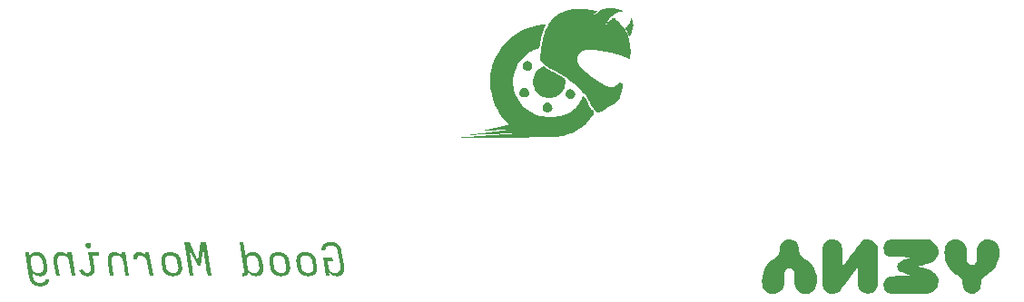
<source format=gbo>
G04 #@! TF.GenerationSoftware,KiCad,Pcbnew,7.0.8*
G04 #@! TF.CreationDate,2024-02-01T01:17:55-07:00*
G04 #@! TF.ProjectId,loggerpanel,6c6f6767-6572-4706-916e-656c2e6b6963,v1*
G04 #@! TF.SameCoordinates,Original*
G04 #@! TF.FileFunction,Legend,Bot*
G04 #@! TF.FilePolarity,Positive*
%FSLAX46Y46*%
G04 Gerber Fmt 4.6, Leading zero omitted, Abs format (unit mm)*
G04 Created by KiCad (PCBNEW 7.0.8) date 2024-02-01 01:17:55*
%MOMM*%
%LPD*%
G01*
G04 APERTURE LIST*
%ADD10C,0.150000*%
%ADD11C,3.200000*%
%ADD12C,3.300000*%
G04 APERTURE END LIST*
D10*
G36*
X126109734Y-122613447D02*
G01*
X126139135Y-122612989D01*
X126175628Y-122611128D01*
X126211835Y-122607837D01*
X126247756Y-122603114D01*
X126283391Y-122596960D01*
X126318739Y-122589376D01*
X126339811Y-122584138D01*
X126374007Y-122573784D01*
X126406987Y-122561498D01*
X126438751Y-122547279D01*
X126469298Y-122531129D01*
X126498629Y-122513047D01*
X126526743Y-122493033D01*
X126537648Y-122484487D01*
X126563844Y-122461789D01*
X126588395Y-122437661D01*
X126611300Y-122412101D01*
X126632559Y-122385110D01*
X126652172Y-122356688D01*
X126670140Y-122326835D01*
X126676866Y-122314494D01*
X126692583Y-122282784D01*
X126706762Y-122250394D01*
X126719402Y-122217325D01*
X126730504Y-122183576D01*
X126740068Y-122149147D01*
X126748093Y-122114038D01*
X126750872Y-122099804D01*
X126756886Y-122063765D01*
X126761648Y-122027547D01*
X126765158Y-121991151D01*
X126767415Y-121954575D01*
X126768320Y-121925186D01*
X126768423Y-121895682D01*
X126767725Y-121866064D01*
X126766374Y-121836320D01*
X126764519Y-121806438D01*
X126762160Y-121776419D01*
X126759298Y-121746263D01*
X126755932Y-121715969D01*
X126752062Y-121685538D01*
X126747689Y-121654969D01*
X126742812Y-121624263D01*
X126514933Y-120243803D01*
X126509094Y-120208136D01*
X126502110Y-120172576D01*
X126493982Y-120137124D01*
X126484708Y-120101779D01*
X126476465Y-120073581D01*
X126467489Y-120045451D01*
X126457780Y-120017390D01*
X126447213Y-119989420D01*
X126435661Y-119961931D01*
X126423125Y-119934923D01*
X126409603Y-119908396D01*
X126395098Y-119882350D01*
X126379607Y-119856785D01*
X126363132Y-119831700D01*
X126345673Y-119807096D01*
X126327297Y-119782859D01*
X126308075Y-119759240D01*
X126288005Y-119736239D01*
X126267088Y-119713857D01*
X126245323Y-119692092D01*
X126222712Y-119670946D01*
X126199253Y-119650419D01*
X126174947Y-119630509D01*
X126150046Y-119611401D01*
X126124801Y-119593277D01*
X126099213Y-119576138D01*
X126073281Y-119559984D01*
X126047006Y-119544814D01*
X126020387Y-119530629D01*
X125993425Y-119517428D01*
X125966120Y-119505212D01*
X125938551Y-119493958D01*
X125910799Y-119483643D01*
X125882863Y-119474266D01*
X125854745Y-119465828D01*
X125819339Y-119456601D01*
X125783647Y-119448841D01*
X125747669Y-119442548D01*
X125740439Y-119441465D01*
X125711359Y-119437515D01*
X125675138Y-119433318D01*
X125639059Y-119429945D01*
X125603124Y-119427394D01*
X125567332Y-119425665D01*
X125531683Y-119424760D01*
X125510362Y-119424612D01*
X125474713Y-119424988D01*
X125439208Y-119426115D01*
X125403845Y-119427993D01*
X125368625Y-119430623D01*
X125333549Y-119434004D01*
X125298615Y-119438136D01*
X125284682Y-119440000D01*
X125249863Y-119445169D01*
X125215473Y-119451520D01*
X125181513Y-119459051D01*
X125147982Y-119467763D01*
X125114881Y-119477656D01*
X125082208Y-119488729D01*
X125069260Y-119493489D01*
X125037439Y-119506093D01*
X125006549Y-119520093D01*
X124976588Y-119535488D01*
X124947558Y-119552279D01*
X124919458Y-119570465D01*
X124892289Y-119590046D01*
X124881681Y-119598269D01*
X124855907Y-119619786D01*
X124831707Y-119642662D01*
X124809081Y-119666898D01*
X124788029Y-119692493D01*
X124768552Y-119719448D01*
X124750649Y-119747763D01*
X124743928Y-119759469D01*
X124728318Y-119789261D01*
X124714462Y-119820019D01*
X124702358Y-119851744D01*
X124692008Y-119884434D01*
X124683410Y-119918090D01*
X124676566Y-119952712D01*
X124674319Y-119966831D01*
X124669876Y-120002377D01*
X124667078Y-120038029D01*
X124665926Y-120073789D01*
X124666419Y-120109656D01*
X124668559Y-120145631D01*
X124672344Y-120181713D01*
X124674319Y-120196175D01*
X124678715Y-120196175D01*
X125028960Y-120196175D01*
X125024563Y-120183719D01*
X125020495Y-120152739D01*
X125018825Y-120122081D01*
X125019551Y-120091745D01*
X125022674Y-120061731D01*
X125028195Y-120032039D01*
X125036112Y-120002669D01*
X125039951Y-119991011D01*
X125050781Y-119962525D01*
X125063578Y-119935685D01*
X125081533Y-119905648D01*
X125102321Y-119877982D01*
X125125943Y-119852686D01*
X125143265Y-119837138D01*
X125171146Y-119815998D01*
X125200933Y-119797640D01*
X125227212Y-119784466D01*
X125254815Y-119773225D01*
X125283741Y-119763916D01*
X125313991Y-119756538D01*
X125344957Y-119750417D01*
X125376030Y-119745333D01*
X125407210Y-119741286D01*
X125438498Y-119738277D01*
X125469893Y-119736306D01*
X125501395Y-119735372D01*
X125514026Y-119735289D01*
X125547260Y-119735815D01*
X125580284Y-119737393D01*
X125613097Y-119740022D01*
X125645700Y-119743704D01*
X125664235Y-119746280D01*
X125696718Y-119751925D01*
X125729411Y-119759884D01*
X125757601Y-119768548D01*
X125785946Y-119778912D01*
X125814445Y-119790976D01*
X125842334Y-119804312D01*
X125869399Y-119819038D01*
X125895640Y-119835155D01*
X125921057Y-119852663D01*
X125945649Y-119871562D01*
X125953663Y-119878171D01*
X125976650Y-119898496D01*
X125998348Y-119919902D01*
X126018759Y-119942391D01*
X126037881Y-119965961D01*
X126055716Y-119990614D01*
X126061374Y-119999071D01*
X126077217Y-120024857D01*
X126091771Y-120051107D01*
X126105037Y-120077820D01*
X126117016Y-120104996D01*
X126127706Y-120132637D01*
X126130983Y-120141953D01*
X126141287Y-120174436D01*
X126150398Y-120207129D01*
X126158317Y-120240032D01*
X126165044Y-120273146D01*
X126168353Y-120292163D01*
X126396231Y-121673356D01*
X126400791Y-121705024D01*
X126404577Y-121736279D01*
X126407591Y-121767122D01*
X126409832Y-121797554D01*
X126411301Y-121827573D01*
X126411618Y-121837487D01*
X126411208Y-121871613D01*
X126408693Y-121905388D01*
X126404075Y-121938812D01*
X126397353Y-121971886D01*
X126392568Y-121990628D01*
X126382289Y-122022409D01*
X126370048Y-122052998D01*
X126355842Y-122082395D01*
X126339674Y-122110600D01*
X126329553Y-122126182D01*
X126309873Y-122152128D01*
X126288019Y-122176111D01*
X126263992Y-122198130D01*
X126237790Y-122218186D01*
X126221842Y-122228764D01*
X126192605Y-122245274D01*
X126162597Y-122259539D01*
X126131817Y-122271560D01*
X126100266Y-122281338D01*
X126081891Y-122285917D01*
X126049022Y-122292484D01*
X126015172Y-122297438D01*
X125985377Y-122300400D01*
X125954860Y-122302177D01*
X125923621Y-122302770D01*
X125893919Y-122302174D01*
X125863795Y-122300386D01*
X125833251Y-122297405D01*
X125802286Y-122293233D01*
X125784403Y-122290314D01*
X125753092Y-122283842D01*
X125721992Y-122275968D01*
X125691102Y-122266692D01*
X125660423Y-122256013D01*
X125642986Y-122249281D01*
X125612953Y-122236082D01*
X125583761Y-122220850D01*
X125555411Y-122203585D01*
X125527902Y-122184285D01*
X125512561Y-122172344D01*
X125490098Y-122153497D01*
X125465454Y-122130401D01*
X125442493Y-122106112D01*
X125421216Y-122080632D01*
X125407048Y-122061702D01*
X125388440Y-122034173D01*
X125371725Y-122006084D01*
X125356904Y-121977433D01*
X125343976Y-121948221D01*
X125337438Y-121931277D01*
X125327025Y-121900968D01*
X125318224Y-121870308D01*
X125311037Y-121839298D01*
X125305462Y-121807938D01*
X125303000Y-121789860D01*
X125201884Y-121183161D01*
X125742637Y-121183161D01*
X125691346Y-120872484D01*
X124796685Y-120872484D01*
X125075122Y-122590000D01*
X125387997Y-122590000D01*
X125311793Y-122114459D01*
X125325967Y-122142955D01*
X125341010Y-122170925D01*
X125356924Y-122198368D01*
X125373709Y-122225284D01*
X125391363Y-122251674D01*
X125409887Y-122277537D01*
X125429281Y-122302873D01*
X125449546Y-122327683D01*
X125470463Y-122351725D01*
X125492182Y-122374760D01*
X125514702Y-122396788D01*
X125538023Y-122417808D01*
X125562146Y-122437821D01*
X125587070Y-122456826D01*
X125612796Y-122474824D01*
X125639323Y-122491814D01*
X125666308Y-122507705D01*
X125693773Y-122522405D01*
X125721720Y-122535915D01*
X125750148Y-122548234D01*
X125779056Y-122559362D01*
X125808446Y-122569300D01*
X125838316Y-122578047D01*
X125868667Y-122585603D01*
X125899201Y-122592129D01*
X125929620Y-122597785D01*
X125959926Y-122602570D01*
X125990116Y-122606486D01*
X126020193Y-122609531D01*
X126050154Y-122611707D01*
X126080002Y-122613012D01*
X126109734Y-122613447D01*
G37*
G36*
X123157643Y-120362672D02*
G01*
X123193292Y-120363695D01*
X123229084Y-120365649D01*
X123265019Y-120368533D01*
X123301097Y-120372346D01*
X123337318Y-120377091D01*
X123366399Y-120381556D01*
X123395319Y-120386776D01*
X123424193Y-120392913D01*
X123453021Y-120399965D01*
X123481803Y-120407934D01*
X123510540Y-120416818D01*
X123539231Y-120426618D01*
X123567876Y-120437335D01*
X123596475Y-120448967D01*
X123624651Y-120461343D01*
X123652392Y-120474658D01*
X123679697Y-120488912D01*
X123706568Y-120504105D01*
X123733003Y-120520236D01*
X123759004Y-120537306D01*
X123784569Y-120555315D01*
X123809699Y-120574263D01*
X123834005Y-120594047D01*
X123857464Y-120614563D01*
X123880076Y-120635812D01*
X123901840Y-120657794D01*
X123922757Y-120680509D01*
X123942827Y-120703956D01*
X123962050Y-120728136D01*
X123980425Y-120753049D01*
X123997713Y-120778523D01*
X124014039Y-120804386D01*
X124029404Y-120830638D01*
X124043806Y-120857280D01*
X124057247Y-120884310D01*
X124069726Y-120911731D01*
X124081244Y-120939540D01*
X124091800Y-120967739D01*
X124094300Y-120974792D01*
X124103929Y-121003019D01*
X124112962Y-121031269D01*
X124121400Y-121059542D01*
X124129242Y-121087838D01*
X124138208Y-121123240D01*
X124146244Y-121158678D01*
X124153349Y-121194152D01*
X124220760Y-121614005D01*
X124226576Y-121647470D01*
X124231568Y-121680821D01*
X124235735Y-121714057D01*
X124239078Y-121747178D01*
X124241597Y-121780186D01*
X124243292Y-121813078D01*
X124244162Y-121845856D01*
X124244207Y-121878520D01*
X124243097Y-121910955D01*
X124240864Y-121943046D01*
X124237510Y-121974794D01*
X124233033Y-122006198D01*
X124227435Y-122037259D01*
X124220714Y-122067976D01*
X124212872Y-122098350D01*
X124203907Y-122128381D01*
X124193798Y-122157884D01*
X124182521Y-122186678D01*
X124170076Y-122214762D01*
X124156463Y-122242137D01*
X124141683Y-122268801D01*
X124125734Y-122294756D01*
X124108618Y-122320000D01*
X124090334Y-122344535D01*
X124070791Y-122368189D01*
X124050263Y-122390789D01*
X124028751Y-122412336D01*
X124006254Y-122432829D01*
X123982772Y-122452269D01*
X123958306Y-122470656D01*
X123932855Y-122487990D01*
X123906420Y-122504270D01*
X123879194Y-122519394D01*
X123851373Y-122533259D01*
X123822957Y-122545864D01*
X123793946Y-122557210D01*
X123764339Y-122567296D01*
X123734137Y-122576123D01*
X123703339Y-122583691D01*
X123671946Y-122590000D01*
X123640130Y-122595495D01*
X123608062Y-122600258D01*
X123575741Y-122604288D01*
X123543169Y-122607585D01*
X123510345Y-122610150D01*
X123477270Y-122611981D01*
X123443942Y-122613080D01*
X123410362Y-122613447D01*
X123374552Y-122612982D01*
X123338564Y-122611586D01*
X123302396Y-122609261D01*
X123266049Y-122606005D01*
X123236843Y-122602731D01*
X123207523Y-122598861D01*
X123178087Y-122594396D01*
X123148664Y-122589187D01*
X123119378Y-122583084D01*
X123090229Y-122576089D01*
X123061217Y-122568201D01*
X123032343Y-122559420D01*
X123003606Y-122549745D01*
X122975007Y-122539178D01*
X122946545Y-122527718D01*
X122918209Y-122515170D01*
X122890354Y-122501706D01*
X122862980Y-122487326D01*
X122836086Y-122472030D01*
X122809674Y-122455819D01*
X122783742Y-122438691D01*
X122758291Y-122420648D01*
X122733321Y-122401688D01*
X122708843Y-122381905D01*
X122685236Y-122361388D01*
X122662498Y-122340139D01*
X122640631Y-122318157D01*
X122619634Y-122295443D01*
X122599507Y-122271995D01*
X122580250Y-122247815D01*
X122561863Y-122222903D01*
X122544415Y-122197440D01*
X122527974Y-122171612D01*
X122512541Y-122145416D01*
X122498115Y-122118855D01*
X122484697Y-122091927D01*
X122472287Y-122064633D01*
X122460884Y-122036973D01*
X122450488Y-122008946D01*
X122447992Y-122001847D01*
X122438467Y-121973454D01*
X122429674Y-121945061D01*
X122421614Y-121916668D01*
X122414287Y-121888275D01*
X122406158Y-121852783D01*
X122399174Y-121817291D01*
X122393335Y-121781800D01*
X122321528Y-121361946D01*
X122316582Y-121328481D01*
X122312369Y-121295131D01*
X122308888Y-121261895D01*
X122306140Y-121228773D01*
X122304125Y-121195766D01*
X122302843Y-121162873D01*
X122302294Y-121130095D01*
X122302351Y-121119908D01*
X122652644Y-121119908D01*
X122652721Y-121149455D01*
X122653036Y-121159364D01*
X122654461Y-121189297D01*
X122656608Y-121219540D01*
X122659476Y-121250091D01*
X122663065Y-121280951D01*
X122667376Y-121312121D01*
X122739183Y-121730509D01*
X122744318Y-121758562D01*
X122751481Y-121791355D01*
X122759906Y-121824218D01*
X122768132Y-121852442D01*
X122777285Y-121880718D01*
X122780562Y-121890126D01*
X122791253Y-121918042D01*
X122803231Y-121945493D01*
X122816497Y-121972481D01*
X122831052Y-121999005D01*
X122846894Y-122025066D01*
X122852475Y-122033618D01*
X122870250Y-122058588D01*
X122889570Y-122082528D01*
X122910435Y-122105437D01*
X122932847Y-122127316D01*
X122956803Y-122148164D01*
X122964989Y-122154870D01*
X122989959Y-122174130D01*
X123015548Y-122192102D01*
X123041754Y-122208786D01*
X123068579Y-122224182D01*
X123096022Y-122238290D01*
X123105298Y-122242606D01*
X123133437Y-122254593D01*
X123162039Y-122265137D01*
X123191105Y-122274239D01*
X123220634Y-122281899D01*
X123250628Y-122288115D01*
X123260611Y-122289890D01*
X123290561Y-122294527D01*
X123320512Y-122298133D01*
X123350462Y-122300709D01*
X123380412Y-122302255D01*
X123410362Y-122302770D01*
X123420340Y-122302704D01*
X123450204Y-122301717D01*
X123479966Y-122299544D01*
X123509624Y-122296187D01*
X123539179Y-122291644D01*
X123568632Y-122285917D01*
X123587992Y-122281315D01*
X123620715Y-122271387D01*
X123651965Y-122259075D01*
X123681743Y-122244379D01*
X123710048Y-122227299D01*
X123725481Y-122216503D01*
X123750947Y-122195901D01*
X123774448Y-122173126D01*
X123795987Y-122148176D01*
X123815561Y-122121053D01*
X123825819Y-122104761D01*
X123842008Y-122075424D01*
X123855953Y-122045036D01*
X123867654Y-122013595D01*
X123877110Y-121981102D01*
X123883284Y-121952672D01*
X123888729Y-121919177D01*
X123892280Y-121885332D01*
X123893817Y-121856043D01*
X123893963Y-121826496D01*
X123893631Y-121816587D01*
X123891948Y-121786654D01*
X123889235Y-121756412D01*
X123885491Y-121725861D01*
X123880717Y-121695000D01*
X123874912Y-121663831D01*
X123806769Y-121245443D01*
X123801659Y-121217390D01*
X123794592Y-121184597D01*
X123786332Y-121151734D01*
X123778304Y-121123509D01*
X123769399Y-121095233D01*
X123766114Y-121085825D01*
X123755294Y-121057910D01*
X123743033Y-121030458D01*
X123729328Y-121003470D01*
X123714181Y-120976946D01*
X123697592Y-120950886D01*
X123691667Y-120942333D01*
X123673137Y-120917363D01*
X123653474Y-120893424D01*
X123632677Y-120870515D01*
X123610746Y-120848636D01*
X123587683Y-120827787D01*
X123579668Y-120821084D01*
X123555076Y-120801867D01*
X123529660Y-120783990D01*
X123503419Y-120767452D01*
X123476354Y-120752253D01*
X123448464Y-120738394D01*
X123438933Y-120733990D01*
X123410271Y-120721771D01*
X123381505Y-120711046D01*
X123352637Y-120701815D01*
X123323666Y-120694079D01*
X123294591Y-120687836D01*
X123284785Y-120686062D01*
X123255299Y-120681425D01*
X123225709Y-120677818D01*
X123196016Y-120675242D01*
X123166221Y-120673697D01*
X123136322Y-120673182D01*
X123126250Y-120673247D01*
X123096068Y-120674235D01*
X123065937Y-120676407D01*
X123035858Y-120679765D01*
X123005830Y-120684307D01*
X122975854Y-120690034D01*
X122951150Y-120695909D01*
X122922779Y-120704564D01*
X122891439Y-120716876D01*
X122861992Y-120731572D01*
X122834438Y-120748653D01*
X122819360Y-120759449D01*
X122794460Y-120780051D01*
X122771455Y-120802826D01*
X122750342Y-120827775D01*
X122731123Y-120854898D01*
X122720865Y-120871190D01*
X122704676Y-120900527D01*
X122690731Y-120930916D01*
X122679031Y-120962357D01*
X122669574Y-120994849D01*
X122663177Y-121023280D01*
X122657602Y-121056774D01*
X122654061Y-121090619D01*
X122652644Y-121119908D01*
X122302351Y-121119908D01*
X122302477Y-121097431D01*
X122303553Y-121064997D01*
X122305683Y-121032906D01*
X122308865Y-121001158D01*
X122313101Y-120969754D01*
X122318391Y-120938693D01*
X122324733Y-120907975D01*
X122332129Y-120877601D01*
X122340579Y-120847571D01*
X122350219Y-120818067D01*
X122361187Y-120789273D01*
X122373483Y-120761189D01*
X122387107Y-120733815D01*
X122402059Y-120707150D01*
X122418340Y-120681196D01*
X122435948Y-120655951D01*
X122454884Y-120631416D01*
X122474771Y-120607763D01*
X122495597Y-120585163D01*
X122517361Y-120563616D01*
X122540064Y-120543122D01*
X122563706Y-120523682D01*
X122588287Y-120505295D01*
X122613806Y-120487962D01*
X122640265Y-120471681D01*
X122667490Y-120456557D01*
X122695311Y-120442693D01*
X122723727Y-120430087D01*
X122752739Y-120418742D01*
X122782345Y-120408655D01*
X122812547Y-120399828D01*
X122843345Y-120392260D01*
X122874738Y-120385952D01*
X122906394Y-120380457D01*
X122938348Y-120375694D01*
X122970599Y-120371664D01*
X123003148Y-120368367D01*
X123035995Y-120365802D01*
X123069140Y-120363970D01*
X123102582Y-120362871D01*
X123136322Y-120362505D01*
X123157643Y-120362672D01*
G37*
G36*
X120639987Y-120362672D02*
G01*
X120675636Y-120363695D01*
X120711428Y-120365649D01*
X120747364Y-120368533D01*
X120783442Y-120372346D01*
X120819663Y-120377091D01*
X120848743Y-120381556D01*
X120877663Y-120386776D01*
X120906537Y-120392913D01*
X120935366Y-120399965D01*
X120964148Y-120407934D01*
X120992885Y-120416818D01*
X121021576Y-120426618D01*
X121050221Y-120437335D01*
X121078820Y-120448967D01*
X121106996Y-120461343D01*
X121134737Y-120474658D01*
X121162042Y-120488912D01*
X121188913Y-120504105D01*
X121215348Y-120520236D01*
X121241349Y-120537306D01*
X121266914Y-120555315D01*
X121292044Y-120574263D01*
X121316350Y-120594047D01*
X121339809Y-120614563D01*
X121362420Y-120635812D01*
X121384185Y-120657794D01*
X121405102Y-120680509D01*
X121425172Y-120703956D01*
X121444394Y-120728136D01*
X121462770Y-120753049D01*
X121480058Y-120778523D01*
X121496384Y-120804386D01*
X121511748Y-120830638D01*
X121526151Y-120857280D01*
X121539592Y-120884310D01*
X121552071Y-120911731D01*
X121563589Y-120939540D01*
X121574145Y-120967739D01*
X121576645Y-120974792D01*
X121586273Y-121003019D01*
X121595306Y-121031269D01*
X121603744Y-121059542D01*
X121611587Y-121087838D01*
X121620553Y-121123240D01*
X121628588Y-121158678D01*
X121635694Y-121194152D01*
X121703105Y-121614005D01*
X121708921Y-121647470D01*
X121713913Y-121680821D01*
X121718080Y-121714057D01*
X121721423Y-121747178D01*
X121723942Y-121780186D01*
X121725636Y-121813078D01*
X121726506Y-121845856D01*
X121726552Y-121878520D01*
X121725442Y-121910955D01*
X121723209Y-121943046D01*
X121719855Y-121974794D01*
X121715378Y-122006198D01*
X121709780Y-122037259D01*
X121703059Y-122067976D01*
X121695217Y-122098350D01*
X121686252Y-122128381D01*
X121676143Y-122157884D01*
X121664866Y-122186678D01*
X121652421Y-122214762D01*
X121638808Y-122242137D01*
X121624027Y-122268801D01*
X121608079Y-122294756D01*
X121590963Y-122320000D01*
X121572679Y-122344535D01*
X121553136Y-122368189D01*
X121532608Y-122390789D01*
X121511096Y-122412336D01*
X121488599Y-122432829D01*
X121465117Y-122452269D01*
X121440651Y-122470656D01*
X121415200Y-122487990D01*
X121388764Y-122504270D01*
X121361539Y-122519394D01*
X121333718Y-122533259D01*
X121305302Y-122545864D01*
X121276290Y-122557210D01*
X121246684Y-122567296D01*
X121216482Y-122576123D01*
X121185684Y-122583691D01*
X121154291Y-122590000D01*
X121122475Y-122595495D01*
X121090406Y-122600258D01*
X121058086Y-122604288D01*
X121025514Y-122607585D01*
X120992690Y-122610150D01*
X120959614Y-122611981D01*
X120926287Y-122613080D01*
X120892707Y-122613447D01*
X120856897Y-122612982D01*
X120820908Y-122611586D01*
X120784741Y-122609261D01*
X120748394Y-122606005D01*
X120719188Y-122602731D01*
X120689867Y-122598861D01*
X120660432Y-122594396D01*
X120631009Y-122589187D01*
X120601722Y-122583084D01*
X120572573Y-122576089D01*
X120543562Y-122568201D01*
X120514688Y-122559420D01*
X120485951Y-122549745D01*
X120457352Y-122539178D01*
X120428890Y-122527718D01*
X120400554Y-122515170D01*
X120372699Y-122501706D01*
X120345325Y-122487326D01*
X120318431Y-122472030D01*
X120292019Y-122455819D01*
X120266087Y-122438691D01*
X120240636Y-122420648D01*
X120215666Y-122401688D01*
X120191188Y-122381905D01*
X120167581Y-122361388D01*
X120144843Y-122340139D01*
X120122976Y-122318157D01*
X120101979Y-122295443D01*
X120081851Y-122271995D01*
X120062594Y-122247815D01*
X120044207Y-122222903D01*
X120026759Y-122197440D01*
X120010319Y-122171612D01*
X119994886Y-122145416D01*
X119980460Y-122118855D01*
X119967042Y-122091927D01*
X119954631Y-122064633D01*
X119943228Y-122036973D01*
X119932833Y-122008946D01*
X119930337Y-122001847D01*
X119920811Y-121973454D01*
X119912019Y-121945061D01*
X119903959Y-121916668D01*
X119896631Y-121888275D01*
X119888503Y-121852783D01*
X119881519Y-121817291D01*
X119875680Y-121781800D01*
X119803872Y-121361946D01*
X119798927Y-121328481D01*
X119794713Y-121295131D01*
X119791233Y-121261895D01*
X119788485Y-121228773D01*
X119786470Y-121195766D01*
X119785188Y-121162873D01*
X119784638Y-121130095D01*
X119784695Y-121119908D01*
X120134989Y-121119908D01*
X120135066Y-121149455D01*
X120135381Y-121159364D01*
X120136806Y-121189297D01*
X120138953Y-121219540D01*
X120141821Y-121250091D01*
X120145410Y-121280951D01*
X120149720Y-121312121D01*
X120221528Y-121730509D01*
X120226663Y-121758562D01*
X120233825Y-121791355D01*
X120242250Y-121824218D01*
X120250476Y-121852442D01*
X120259630Y-121880718D01*
X120262907Y-121890126D01*
X120273597Y-121918042D01*
X120285576Y-121945493D01*
X120298842Y-121972481D01*
X120313396Y-121999005D01*
X120329239Y-122025066D01*
X120334820Y-122033618D01*
X120352595Y-122058588D01*
X120371915Y-122082528D01*
X120392780Y-122105437D01*
X120415191Y-122127316D01*
X120439148Y-122148164D01*
X120447334Y-122154870D01*
X120472304Y-122174130D01*
X120497892Y-122192102D01*
X120524099Y-122208786D01*
X120550924Y-122224182D01*
X120578367Y-122238290D01*
X120587643Y-122242606D01*
X120615782Y-122254593D01*
X120644384Y-122265137D01*
X120673450Y-122274239D01*
X120702979Y-122281899D01*
X120732972Y-122288115D01*
X120742956Y-122289890D01*
X120772906Y-122294527D01*
X120802856Y-122298133D01*
X120832807Y-122300709D01*
X120862757Y-122302255D01*
X120892707Y-122302770D01*
X120902685Y-122302704D01*
X120932549Y-122301717D01*
X120962311Y-122299544D01*
X120991969Y-122296187D01*
X121021524Y-122291644D01*
X121050976Y-122285917D01*
X121070337Y-122281315D01*
X121103060Y-122271387D01*
X121134310Y-122259075D01*
X121164088Y-122244379D01*
X121192393Y-122227299D01*
X121207826Y-122216503D01*
X121233291Y-122195901D01*
X121256793Y-122173126D01*
X121278331Y-122148176D01*
X121297906Y-122121053D01*
X121308164Y-122104761D01*
X121324353Y-122075424D01*
X121338298Y-122045036D01*
X121349998Y-122013595D01*
X121359455Y-121981102D01*
X121365629Y-121952672D01*
X121371074Y-121919177D01*
X121374625Y-121885332D01*
X121376162Y-121856043D01*
X121376308Y-121826496D01*
X121375976Y-121816587D01*
X121374293Y-121786654D01*
X121371580Y-121756412D01*
X121367836Y-121725861D01*
X121363062Y-121695000D01*
X121357257Y-121663831D01*
X121289113Y-121245443D01*
X121284004Y-121217390D01*
X121276937Y-121184597D01*
X121268677Y-121151734D01*
X121260648Y-121123509D01*
X121251744Y-121095233D01*
X121248458Y-121085825D01*
X121237639Y-121057910D01*
X121225377Y-121030458D01*
X121211673Y-121003470D01*
X121196526Y-120976946D01*
X121179937Y-120950886D01*
X121174012Y-120942333D01*
X121155482Y-120917363D01*
X121135818Y-120893424D01*
X121115022Y-120870515D01*
X121093091Y-120848636D01*
X121070027Y-120827787D01*
X121062013Y-120821084D01*
X121037421Y-120801867D01*
X121012004Y-120783990D01*
X120985764Y-120767452D01*
X120958698Y-120752253D01*
X120930809Y-120738394D01*
X120921278Y-120733990D01*
X120892616Y-120721771D01*
X120863850Y-120711046D01*
X120834982Y-120701815D01*
X120806010Y-120694079D01*
X120776936Y-120687836D01*
X120767130Y-120686062D01*
X120737643Y-120681425D01*
X120708054Y-120677818D01*
X120678361Y-120675242D01*
X120648565Y-120673697D01*
X120618667Y-120673182D01*
X120608594Y-120673247D01*
X120578412Y-120674235D01*
X120548282Y-120676407D01*
X120518203Y-120679765D01*
X120488175Y-120684307D01*
X120458199Y-120690034D01*
X120433495Y-120695909D01*
X120405124Y-120704564D01*
X120373784Y-120716876D01*
X120344336Y-120731572D01*
X120316782Y-120748653D01*
X120301704Y-120759449D01*
X120276805Y-120780051D01*
X120253799Y-120802826D01*
X120232687Y-120827775D01*
X120213468Y-120854898D01*
X120203210Y-120871190D01*
X120187021Y-120900527D01*
X120173076Y-120930916D01*
X120161375Y-120962357D01*
X120151919Y-120994849D01*
X120145521Y-121023280D01*
X120139947Y-121056774D01*
X120136405Y-121090619D01*
X120134989Y-121119908D01*
X119784695Y-121119908D01*
X119784822Y-121097431D01*
X119785898Y-121064997D01*
X119788027Y-121032906D01*
X119791210Y-121001158D01*
X119795446Y-120969754D01*
X119800735Y-120938693D01*
X119807078Y-120907975D01*
X119814474Y-120877601D01*
X119822923Y-120847571D01*
X119832563Y-120818067D01*
X119843531Y-120789273D01*
X119855828Y-120761189D01*
X119869452Y-120733815D01*
X119884404Y-120707150D01*
X119900684Y-120681196D01*
X119918293Y-120655951D01*
X119937229Y-120631416D01*
X119957116Y-120607763D01*
X119977941Y-120585163D01*
X119999706Y-120563616D01*
X120022409Y-120543122D01*
X120046051Y-120523682D01*
X120070631Y-120505295D01*
X120096151Y-120487962D01*
X120122609Y-120471681D01*
X120149835Y-120456557D01*
X120177656Y-120442693D01*
X120206072Y-120430087D01*
X120235083Y-120418742D01*
X120264690Y-120408655D01*
X120294892Y-120399828D01*
X120325690Y-120392260D01*
X120357083Y-120385952D01*
X120388739Y-120380457D01*
X120420693Y-120375694D01*
X120452944Y-120371664D01*
X120485493Y-120368367D01*
X120518340Y-120365802D01*
X120551485Y-120363970D01*
X120584927Y-120362871D01*
X120618667Y-120362505D01*
X120639987Y-120362672D01*
G37*
G36*
X117590300Y-120864424D02*
G01*
X117592990Y-120850728D01*
X117600818Y-120816864D01*
X117610221Y-120783537D01*
X117621197Y-120750747D01*
X117633748Y-120718493D01*
X117647873Y-120686776D01*
X117663572Y-120655596D01*
X117670293Y-120643263D01*
X117688196Y-120613506D01*
X117707674Y-120585289D01*
X117728725Y-120558609D01*
X117751351Y-120533468D01*
X117775551Y-120509865D01*
X117801325Y-120487801D01*
X117811950Y-120479438D01*
X117839313Y-120459882D01*
X117867821Y-120442258D01*
X117897473Y-120426566D01*
X117928271Y-120412805D01*
X117960213Y-120400977D01*
X117993300Y-120391081D01*
X118013586Y-120385974D01*
X118047797Y-120378579D01*
X118082509Y-120372579D01*
X118117721Y-120367974D01*
X118153434Y-120364765D01*
X118189649Y-120362951D01*
X118218981Y-120362505D01*
X118232187Y-120362596D01*
X118265353Y-120363627D01*
X118298734Y-120365802D01*
X118332329Y-120369122D01*
X118366139Y-120373587D01*
X118400164Y-120379197D01*
X118434403Y-120385952D01*
X118448021Y-120388917D01*
X118481817Y-120397432D01*
X118515255Y-120407522D01*
X118548335Y-120419185D01*
X118581057Y-120432423D01*
X118613422Y-120447235D01*
X118645429Y-120463621D01*
X118657994Y-120470508D01*
X118688756Y-120488676D01*
X118718587Y-120508203D01*
X118747488Y-120529090D01*
X118775459Y-120551337D01*
X118802500Y-120574943D01*
X118828611Y-120599909D01*
X118838780Y-120610224D01*
X118863428Y-120636514D01*
X118886966Y-120663519D01*
X118909395Y-120691239D01*
X118930715Y-120719676D01*
X118950926Y-120748827D01*
X118970027Y-120778695D01*
X118977355Y-120790739D01*
X118994871Y-120821250D01*
X119011243Y-120852334D01*
X119026470Y-120883990D01*
X119040553Y-120916219D01*
X119053490Y-120949020D01*
X119065282Y-120982393D01*
X119069696Y-120995757D01*
X119080078Y-121029091D01*
X119089531Y-121062318D01*
X119098053Y-121095437D01*
X119105645Y-121128449D01*
X119112307Y-121161354D01*
X119118039Y-121194152D01*
X119185450Y-121614005D01*
X119190533Y-121644390D01*
X119195158Y-121674730D01*
X119199326Y-121705024D01*
X119203035Y-121735272D01*
X119206287Y-121765474D01*
X119209080Y-121795630D01*
X119211416Y-121825741D01*
X119213293Y-121855806D01*
X119214369Y-121885573D01*
X119214667Y-121915157D01*
X119214186Y-121944557D01*
X119212490Y-121981051D01*
X119209578Y-122017258D01*
X119205449Y-122053179D01*
X119200104Y-122088813D01*
X119197608Y-122102872D01*
X119190367Y-122137620D01*
X119181694Y-122171795D01*
X119171591Y-122205397D01*
X119160056Y-122238427D01*
X119147090Y-122270885D01*
X119132693Y-122302770D01*
X119126516Y-122315215D01*
X119109923Y-122345426D01*
X119091683Y-122374348D01*
X119071798Y-122401983D01*
X119050267Y-122428330D01*
X119027090Y-122453389D01*
X119002267Y-122477159D01*
X118991806Y-122486155D01*
X118964676Y-122507218D01*
X118936150Y-122526241D01*
X118906229Y-122543224D01*
X118874913Y-122558169D01*
X118842201Y-122571074D01*
X118808094Y-122581939D01*
X118786984Y-122587570D01*
X118751400Y-122595724D01*
X118722571Y-122601139D01*
X118693422Y-122605570D01*
X118663953Y-122609016D01*
X118634163Y-122611478D01*
X118604052Y-122612955D01*
X118573621Y-122613447D01*
X118560415Y-122613364D01*
X118527249Y-122612430D01*
X118493868Y-122610459D01*
X118460273Y-122607450D01*
X118426463Y-122603403D01*
X118392438Y-122598319D01*
X118358199Y-122592198D01*
X118344495Y-122589510D01*
X118310535Y-122581714D01*
X118277004Y-122572380D01*
X118243902Y-122561507D01*
X118211230Y-122549096D01*
X118178987Y-122535146D01*
X118147173Y-122519658D01*
X118134600Y-122512960D01*
X118103741Y-122495314D01*
X118073706Y-122476381D01*
X118044493Y-122456159D01*
X118016104Y-122434650D01*
X117988537Y-122411852D01*
X117961793Y-122387766D01*
X117951254Y-122377717D01*
X117925659Y-122352018D01*
X117901137Y-122325496D01*
X117877688Y-122298151D01*
X117855313Y-122269983D01*
X117834011Y-122240992D01*
X117813782Y-122211179D01*
X117814643Y-122222155D01*
X117815476Y-122254914D01*
X117813682Y-122287414D01*
X117809259Y-122319657D01*
X117802210Y-122351642D01*
X117792533Y-122383370D01*
X117788729Y-122393691D01*
X117775634Y-122423212D01*
X117760015Y-122450569D01*
X117741871Y-122475763D01*
X117721203Y-122498792D01*
X117698011Y-122519658D01*
X117689687Y-122526037D01*
X117663756Y-122543700D01*
X117636381Y-122559148D01*
X117607564Y-122572380D01*
X117577305Y-122583396D01*
X117545603Y-122592198D01*
X117534770Y-122594771D01*
X117501960Y-122601494D01*
X117468687Y-122606723D01*
X117434950Y-122610459D01*
X117400749Y-122612700D01*
X117366085Y-122613447D01*
X117243719Y-122613447D01*
X117240055Y-122302770D01*
X117311130Y-122302770D01*
X117317561Y-122302699D01*
X117346893Y-122300495D01*
X117377076Y-122294710D01*
X117405469Y-122282254D01*
X117427634Y-122262470D01*
X117443021Y-122236824D01*
X117451081Y-122206782D01*
X117451510Y-122202747D01*
X117452906Y-122172114D01*
X117451081Y-122140837D01*
X117289649Y-121152068D01*
X117655358Y-121152068D01*
X117655512Y-121183161D01*
X117655844Y-121193602D01*
X117657527Y-121224926D01*
X117660241Y-121256250D01*
X117663985Y-121287575D01*
X117668759Y-121318899D01*
X117674563Y-121350223D01*
X117741974Y-121767878D01*
X117745295Y-121785681D01*
X117752097Y-121817002D01*
X117760161Y-121848533D01*
X117769487Y-121880274D01*
X117780076Y-121912226D01*
X117790191Y-121939394D01*
X117803946Y-121970309D01*
X117819804Y-122000382D01*
X117835071Y-122025489D01*
X117851884Y-122049979D01*
X117857723Y-122057984D01*
X117876064Y-122081349D01*
X117895641Y-122103734D01*
X117916455Y-122125140D01*
X117938506Y-122145568D01*
X117961793Y-122165017D01*
X117981646Y-122180087D01*
X118005895Y-122196848D01*
X118034771Y-122214579D01*
X118064278Y-122230347D01*
X118094417Y-122244152D01*
X118120829Y-122254627D01*
X118152425Y-122265547D01*
X118184863Y-122275064D01*
X118213336Y-122282105D01*
X118242428Y-122288115D01*
X118261754Y-122291550D01*
X118295133Y-122296459D01*
X118327951Y-122299965D01*
X118360208Y-122302069D01*
X118391905Y-122302770D01*
X118401874Y-122302698D01*
X118431609Y-122301625D01*
X118461087Y-122299264D01*
X118490308Y-122295614D01*
X118519271Y-122290677D01*
X118547976Y-122284452D01*
X118566798Y-122279334D01*
X118598634Y-122268670D01*
X118629068Y-122255832D01*
X118658100Y-122240821D01*
X118685729Y-122223635D01*
X118700612Y-122212839D01*
X118725116Y-122192237D01*
X118747656Y-122169462D01*
X118768232Y-122144513D01*
X118786845Y-122117390D01*
X118796382Y-122100938D01*
X118811364Y-122071430D01*
X118824172Y-122041011D01*
X118834805Y-122009681D01*
X118843265Y-121977438D01*
X118848031Y-121953764D01*
X118853020Y-121920320D01*
X118856045Y-121886525D01*
X118857107Y-121852379D01*
X118856454Y-121822833D01*
X118855873Y-121812852D01*
X118853753Y-121782945D01*
X118851065Y-121753089D01*
X118847811Y-121723285D01*
X118843990Y-121693532D01*
X118839602Y-121663831D01*
X118771458Y-121245443D01*
X118768184Y-121226781D01*
X118761682Y-121194233D01*
X118754199Y-121161826D01*
X118745734Y-121129558D01*
X118736287Y-121097431D01*
X118728513Y-121074695D01*
X118716126Y-121043404D01*
X118701985Y-121012745D01*
X118686092Y-120982717D01*
X118671074Y-120957480D01*
X118665682Y-120949186D01*
X118648543Y-120924782D01*
X118629961Y-120901100D01*
X118609937Y-120878140D01*
X118588470Y-120855900D01*
X118565561Y-120834382D01*
X118557561Y-120827412D01*
X118533184Y-120807500D01*
X118508240Y-120789082D01*
X118482729Y-120772157D01*
X118456651Y-120756727D01*
X118430006Y-120742791D01*
X118402950Y-120729997D01*
X118375636Y-120718542D01*
X118348064Y-120708427D01*
X118315571Y-120698319D01*
X118282728Y-120690034D01*
X118263677Y-120686085D01*
X118230338Y-120680440D01*
X118196999Y-120676407D01*
X118163660Y-120673988D01*
X118130321Y-120673182D01*
X118119813Y-120673265D01*
X118088601Y-120674510D01*
X118057852Y-120677249D01*
X118027567Y-120681482D01*
X117997745Y-120687209D01*
X117968387Y-120694431D01*
X117939528Y-120703026D01*
X117911750Y-120713424D01*
X117885054Y-120725626D01*
X117855276Y-120742140D01*
X117826971Y-120761109D01*
X117807676Y-120775896D01*
X117782767Y-120798581D01*
X117760312Y-120823581D01*
X117740311Y-120850894D01*
X117725122Y-120876147D01*
X117720442Y-120884791D01*
X117707399Y-120911135D01*
X117695850Y-120938097D01*
X117685795Y-120965678D01*
X117677234Y-120993876D01*
X117670167Y-121022693D01*
X117668135Y-121032336D01*
X117662931Y-121061574D01*
X117659067Y-121091275D01*
X117656543Y-121121440D01*
X117655358Y-121152068D01*
X117289649Y-121152068D01*
X117011444Y-119448060D01*
X117366085Y-119448060D01*
X117590300Y-120864424D01*
G37*
G36*
X114382414Y-122590000D02*
G01*
X113871702Y-119448060D01*
X113407152Y-119448060D01*
X113149965Y-121172903D01*
X112335170Y-119448060D01*
X111870621Y-119448060D01*
X112381332Y-122590000D01*
X112735973Y-122590000D01*
X112634856Y-121962784D01*
X112629858Y-121932145D01*
X112624847Y-121901501D01*
X112619823Y-121870853D01*
X112614787Y-121840201D01*
X112609737Y-121809544D01*
X112604674Y-121778883D01*
X112599599Y-121748218D01*
X112594511Y-121717549D01*
X112589409Y-121686875D01*
X112584295Y-121656197D01*
X112579168Y-121625515D01*
X112574029Y-121594828D01*
X112568876Y-121564137D01*
X112563710Y-121533442D01*
X112558532Y-121502743D01*
X112553340Y-121472039D01*
X112548136Y-121441331D01*
X112542919Y-121410619D01*
X112537689Y-121379902D01*
X112532446Y-121349181D01*
X112527190Y-121318456D01*
X112521922Y-121287726D01*
X112516640Y-121256992D01*
X112511346Y-121226254D01*
X112506039Y-121195512D01*
X112500718Y-121164765D01*
X112495385Y-121134014D01*
X112490040Y-121103259D01*
X112484681Y-121072499D01*
X112479309Y-121041736D01*
X112473924Y-121010967D01*
X112468527Y-120980195D01*
X112463080Y-120949377D01*
X112457639Y-120918563D01*
X112452204Y-120887753D01*
X112446774Y-120856948D01*
X112441350Y-120826147D01*
X112435932Y-120795350D01*
X112430520Y-120764557D01*
X112425113Y-120733769D01*
X112419712Y-120702985D01*
X112414317Y-120672206D01*
X112408927Y-120641430D01*
X112403543Y-120610659D01*
X112398165Y-120579893D01*
X112392793Y-120549130D01*
X112387426Y-120518372D01*
X112382065Y-120487618D01*
X112376710Y-120456869D01*
X112371360Y-120426123D01*
X112366017Y-120395382D01*
X112360679Y-120364646D01*
X112355346Y-120333913D01*
X112350020Y-120303185D01*
X112344699Y-120272461D01*
X112339384Y-120241742D01*
X112334074Y-120211027D01*
X112328771Y-120180316D01*
X112323473Y-120149609D01*
X112318180Y-120118907D01*
X112312894Y-120088209D01*
X112307613Y-120057515D01*
X112302338Y-120026826D01*
X112297069Y-119996140D01*
X113082554Y-121646245D01*
X113377843Y-121646245D01*
X113622575Y-119996140D01*
X113627335Y-120026826D01*
X113632091Y-120057515D01*
X113636843Y-120088209D01*
X113641591Y-120118907D01*
X113646335Y-120149609D01*
X113651074Y-120180316D01*
X113655808Y-120211027D01*
X113660539Y-120241742D01*
X113665265Y-120272461D01*
X113669987Y-120303185D01*
X113674705Y-120333913D01*
X113679418Y-120364646D01*
X113684127Y-120395382D01*
X113688832Y-120426123D01*
X113693533Y-120456869D01*
X113698229Y-120487618D01*
X113702921Y-120518372D01*
X113707608Y-120549130D01*
X113712292Y-120579893D01*
X113716971Y-120610659D01*
X113721645Y-120641430D01*
X113726316Y-120672206D01*
X113730982Y-120702985D01*
X113735644Y-120733769D01*
X113740301Y-120764557D01*
X113744954Y-120795350D01*
X113749603Y-120826147D01*
X113754248Y-120856948D01*
X113758889Y-120887753D01*
X113763525Y-120918563D01*
X113768156Y-120949377D01*
X113772784Y-120980195D01*
X113777371Y-121010967D01*
X113781972Y-121041736D01*
X113786587Y-121072499D01*
X113791217Y-121103259D01*
X113795861Y-121134014D01*
X113800519Y-121164765D01*
X113805191Y-121195512D01*
X113809878Y-121226254D01*
X113814579Y-121256992D01*
X113819295Y-121287726D01*
X113824025Y-121318456D01*
X113828769Y-121349181D01*
X113833527Y-121379902D01*
X113838300Y-121410619D01*
X113843087Y-121441331D01*
X113847889Y-121472039D01*
X113852704Y-121502743D01*
X113857534Y-121533442D01*
X113862379Y-121564137D01*
X113867237Y-121594828D01*
X113872110Y-121625515D01*
X113876997Y-121656197D01*
X113881899Y-121686875D01*
X113886815Y-121717549D01*
X113891745Y-121748218D01*
X113896689Y-121778883D01*
X113901648Y-121809544D01*
X113906621Y-121840201D01*
X113911609Y-121870853D01*
X113916610Y-121901501D01*
X113921627Y-121932145D01*
X113926657Y-121962784D01*
X114027773Y-122590000D01*
X114382414Y-122590000D01*
G37*
G36*
X110569366Y-120362672D02*
G01*
X110605015Y-120363695D01*
X110640807Y-120365649D01*
X110676742Y-120368533D01*
X110712821Y-120372346D01*
X110749042Y-120377091D01*
X110778122Y-120381556D01*
X110807042Y-120386776D01*
X110835916Y-120392913D01*
X110864745Y-120399965D01*
X110893527Y-120407934D01*
X110922264Y-120416818D01*
X110950955Y-120426618D01*
X110979600Y-120437335D01*
X111008199Y-120448967D01*
X111036375Y-120461343D01*
X111064115Y-120474658D01*
X111091421Y-120488912D01*
X111118292Y-120504105D01*
X111144727Y-120520236D01*
X111170727Y-120537306D01*
X111196293Y-120555315D01*
X111221423Y-120574263D01*
X111245729Y-120594047D01*
X111269188Y-120614563D01*
X111291799Y-120635812D01*
X111313564Y-120657794D01*
X111334481Y-120680509D01*
X111354551Y-120703956D01*
X111373773Y-120728136D01*
X111392149Y-120753049D01*
X111409437Y-120778523D01*
X111425763Y-120804386D01*
X111441127Y-120830638D01*
X111455530Y-120857280D01*
X111468971Y-120884310D01*
X111481450Y-120911731D01*
X111492968Y-120939540D01*
X111503524Y-120967739D01*
X111506024Y-120974792D01*
X111515652Y-121003019D01*
X111524685Y-121031269D01*
X111533123Y-121059542D01*
X111540966Y-121087838D01*
X111549932Y-121123240D01*
X111557967Y-121158678D01*
X111565073Y-121194152D01*
X111632484Y-121614005D01*
X111638300Y-121647470D01*
X111643292Y-121680821D01*
X111647459Y-121714057D01*
X111650802Y-121747178D01*
X111653321Y-121780186D01*
X111655015Y-121813078D01*
X111655885Y-121845856D01*
X111655931Y-121878520D01*
X111654821Y-121910955D01*
X111652588Y-121943046D01*
X111649234Y-121974794D01*
X111644757Y-122006198D01*
X111639158Y-122037259D01*
X111632438Y-122067976D01*
X111624596Y-122098350D01*
X111615631Y-122128381D01*
X111605522Y-122157884D01*
X111594245Y-122186678D01*
X111581800Y-122214762D01*
X111568187Y-122242137D01*
X111553406Y-122268801D01*
X111537458Y-122294756D01*
X111520342Y-122320000D01*
X111502058Y-122344535D01*
X111482515Y-122368189D01*
X111461987Y-122390789D01*
X111440475Y-122412336D01*
X111417978Y-122432829D01*
X111394496Y-122452269D01*
X111370030Y-122470656D01*
X111344579Y-122487990D01*
X111318143Y-122504270D01*
X111290918Y-122519394D01*
X111263097Y-122533259D01*
X111234681Y-122545864D01*
X111205669Y-122557210D01*
X111176063Y-122567296D01*
X111145860Y-122576123D01*
X111115063Y-122583691D01*
X111083670Y-122590000D01*
X111051854Y-122595495D01*
X111019785Y-122600258D01*
X110987465Y-122604288D01*
X110954893Y-122607585D01*
X110922069Y-122610150D01*
X110888993Y-122611981D01*
X110855666Y-122613080D01*
X110822086Y-122613447D01*
X110786276Y-122612982D01*
X110750287Y-122611586D01*
X110714119Y-122609261D01*
X110677773Y-122606005D01*
X110648567Y-122602731D01*
X110619246Y-122598861D01*
X110589811Y-122594396D01*
X110560387Y-122589187D01*
X110531101Y-122583084D01*
X110501952Y-122576089D01*
X110472941Y-122568201D01*
X110444067Y-122559420D01*
X110415330Y-122549745D01*
X110386731Y-122539178D01*
X110358269Y-122527718D01*
X110329933Y-122515170D01*
X110302078Y-122501706D01*
X110274703Y-122487326D01*
X110247810Y-122472030D01*
X110221397Y-122455819D01*
X110195466Y-122438691D01*
X110170015Y-122420648D01*
X110145045Y-122401688D01*
X110120567Y-122381905D01*
X110096960Y-122361388D01*
X110074222Y-122340139D01*
X110052355Y-122318157D01*
X110031357Y-122295443D01*
X110011230Y-122271995D01*
X109991973Y-122247815D01*
X109973586Y-122222903D01*
X109956138Y-122197440D01*
X109939698Y-122171612D01*
X109924265Y-122145416D01*
X109909839Y-122118855D01*
X109896421Y-122091927D01*
X109884010Y-122064633D01*
X109872607Y-122036973D01*
X109862212Y-122008946D01*
X109859716Y-122001847D01*
X109850190Y-121973454D01*
X109841398Y-121945061D01*
X109833338Y-121916668D01*
X109826010Y-121888275D01*
X109817882Y-121852783D01*
X109810898Y-121817291D01*
X109805059Y-121781800D01*
X109733251Y-121361946D01*
X109728306Y-121328481D01*
X109724092Y-121295131D01*
X109720612Y-121261895D01*
X109717864Y-121228773D01*
X109715849Y-121195766D01*
X109714567Y-121162873D01*
X109714017Y-121130095D01*
X109714074Y-121119908D01*
X110064367Y-121119908D01*
X110064445Y-121149455D01*
X110064760Y-121159364D01*
X110066185Y-121189297D01*
X110068332Y-121219540D01*
X110071200Y-121250091D01*
X110074789Y-121280951D01*
X110079099Y-121312121D01*
X110150907Y-121730509D01*
X110156042Y-121758562D01*
X110163204Y-121791355D01*
X110171629Y-121824218D01*
X110179855Y-121852442D01*
X110189009Y-121880718D01*
X110192286Y-121890126D01*
X110202976Y-121918042D01*
X110214955Y-121945493D01*
X110228221Y-121972481D01*
X110242775Y-121999005D01*
X110258618Y-122025066D01*
X110264199Y-122033618D01*
X110281974Y-122058588D01*
X110301293Y-122082528D01*
X110322159Y-122105437D01*
X110344570Y-122127316D01*
X110368527Y-122148164D01*
X110376713Y-122154870D01*
X110401683Y-122174130D01*
X110427271Y-122192102D01*
X110453478Y-122208786D01*
X110480303Y-122224182D01*
X110507745Y-122238290D01*
X110517022Y-122242606D01*
X110545160Y-122254593D01*
X110573763Y-122265137D01*
X110602828Y-122274239D01*
X110632358Y-122281899D01*
X110662351Y-122288115D01*
X110672335Y-122289890D01*
X110702285Y-122294527D01*
X110732235Y-122298133D01*
X110762185Y-122300709D01*
X110792136Y-122302255D01*
X110822086Y-122302770D01*
X110832064Y-122302704D01*
X110861928Y-122301717D01*
X110891690Y-122299544D01*
X110921348Y-122296187D01*
X110950903Y-122291644D01*
X110980355Y-122285917D01*
X110999715Y-122281315D01*
X111032439Y-122271387D01*
X111063689Y-122259075D01*
X111093467Y-122244379D01*
X111121772Y-122227299D01*
X111137205Y-122216503D01*
X111162670Y-122195901D01*
X111186172Y-122173126D01*
X111207710Y-122148176D01*
X111227285Y-122121053D01*
X111237543Y-122104761D01*
X111253732Y-122075424D01*
X111267677Y-122045036D01*
X111279377Y-122013595D01*
X111288834Y-121981102D01*
X111295008Y-121952672D01*
X111300453Y-121919177D01*
X111304004Y-121885332D01*
X111305541Y-121856043D01*
X111305687Y-121826496D01*
X111305355Y-121816587D01*
X111303672Y-121786654D01*
X111300958Y-121756412D01*
X111297215Y-121725861D01*
X111292441Y-121695000D01*
X111286636Y-121663831D01*
X111218492Y-121245443D01*
X111213383Y-121217390D01*
X111206316Y-121184597D01*
X111198056Y-121151734D01*
X111190027Y-121123509D01*
X111181123Y-121095233D01*
X111177837Y-121085825D01*
X111167018Y-121057910D01*
X111154756Y-121030458D01*
X111141052Y-121003470D01*
X111125905Y-120976946D01*
X111109316Y-120950886D01*
X111103391Y-120942333D01*
X111084861Y-120917363D01*
X111065197Y-120893424D01*
X111044400Y-120870515D01*
X111022470Y-120848636D01*
X110999406Y-120827787D01*
X110991392Y-120821084D01*
X110966800Y-120801867D01*
X110941383Y-120783990D01*
X110915143Y-120767452D01*
X110888077Y-120752253D01*
X110860188Y-120738394D01*
X110850657Y-120733990D01*
X110821994Y-120721771D01*
X110793229Y-120711046D01*
X110764361Y-120701815D01*
X110735389Y-120694079D01*
X110706315Y-120687836D01*
X110696509Y-120686062D01*
X110667022Y-120681425D01*
X110637433Y-120677818D01*
X110607740Y-120675242D01*
X110577944Y-120673697D01*
X110548046Y-120673182D01*
X110537973Y-120673247D01*
X110507791Y-120674235D01*
X110477661Y-120676407D01*
X110447582Y-120679765D01*
X110417554Y-120684307D01*
X110387578Y-120690034D01*
X110362873Y-120695909D01*
X110334503Y-120704564D01*
X110303163Y-120716876D01*
X110273715Y-120731572D01*
X110246161Y-120748653D01*
X110231083Y-120759449D01*
X110206184Y-120780051D01*
X110183178Y-120802826D01*
X110162066Y-120827775D01*
X110142847Y-120854898D01*
X110132588Y-120871190D01*
X110116400Y-120900527D01*
X110102455Y-120930916D01*
X110090754Y-120962357D01*
X110081297Y-120994849D01*
X110074900Y-121023280D01*
X110069326Y-121056774D01*
X110065784Y-121090619D01*
X110064367Y-121119908D01*
X109714074Y-121119908D01*
X109714200Y-121097431D01*
X109715277Y-121064997D01*
X109717406Y-121032906D01*
X109720589Y-121001158D01*
X109724825Y-120969754D01*
X109730114Y-120938693D01*
X109736457Y-120907975D01*
X109743853Y-120877601D01*
X109752302Y-120847571D01*
X109761942Y-120818067D01*
X109772910Y-120789273D01*
X109785206Y-120761189D01*
X109798831Y-120733815D01*
X109813783Y-120707150D01*
X109830063Y-120681196D01*
X109847672Y-120655951D01*
X109866608Y-120631416D01*
X109886495Y-120607763D01*
X109907320Y-120585163D01*
X109929085Y-120563616D01*
X109951788Y-120543122D01*
X109975430Y-120523682D01*
X110000010Y-120505295D01*
X110025530Y-120487962D01*
X110051988Y-120471681D01*
X110079214Y-120456557D01*
X110107035Y-120442693D01*
X110135451Y-120430087D01*
X110164462Y-120418742D01*
X110194069Y-120408655D01*
X110224271Y-120399828D01*
X110255069Y-120392260D01*
X110286461Y-120385952D01*
X110318118Y-120380457D01*
X110350071Y-120375694D01*
X110382323Y-120371664D01*
X110414872Y-120368367D01*
X110447719Y-120365802D01*
X110480864Y-120363970D01*
X110514306Y-120362871D01*
X110548046Y-120362505D01*
X110569366Y-120362672D01*
G37*
G36*
X108949965Y-122590000D02*
G01*
X108587264Y-120385952D01*
X108232623Y-120385952D01*
X108304431Y-120813866D01*
X108286792Y-120783891D01*
X108268224Y-120754417D01*
X108248725Y-120725444D01*
X108228296Y-120696972D01*
X108206936Y-120669001D01*
X108184647Y-120641531D01*
X108175471Y-120630683D01*
X108151843Y-120604236D01*
X108127213Y-120578934D01*
X108101582Y-120554777D01*
X108074949Y-120531765D01*
X108047315Y-120509898D01*
X108018678Y-120489175D01*
X108006943Y-120481207D01*
X107976925Y-120462180D01*
X107946407Y-120444942D01*
X107915388Y-120429494D01*
X107883867Y-120415834D01*
X107851846Y-120403963D01*
X107819324Y-120393880D01*
X107806175Y-120390348D01*
X107773203Y-120382327D01*
X107740230Y-120375665D01*
X107707257Y-120370363D01*
X107674284Y-120366420D01*
X107641311Y-120363837D01*
X107608339Y-120362613D01*
X107595150Y-120362505D01*
X107562134Y-120363252D01*
X107529582Y-120365493D01*
X107497493Y-120369228D01*
X107465869Y-120374457D01*
X107434708Y-120381181D01*
X107424424Y-120383754D01*
X107394396Y-120392504D01*
X107365863Y-120403366D01*
X107338823Y-120416340D01*
X107313278Y-120431427D01*
X107289227Y-120448626D01*
X107281542Y-120454829D01*
X107259208Y-120474612D01*
X107238368Y-120496045D01*
X107219022Y-120519125D01*
X107201171Y-120543855D01*
X107184813Y-120570233D01*
X107179692Y-120579392D01*
X107165559Y-120607505D01*
X107153383Y-120636339D01*
X107143165Y-120665894D01*
X107134904Y-120696171D01*
X107128602Y-120727169D01*
X107126936Y-120737662D01*
X107122935Y-120769338D01*
X107120273Y-120801169D01*
X107118950Y-120833154D01*
X107118968Y-120865294D01*
X107120324Y-120897588D01*
X107121074Y-120908387D01*
X107123504Y-120940639D01*
X107126398Y-120973097D01*
X107129755Y-121005760D01*
X107133576Y-121038630D01*
X107137861Y-121071706D01*
X107139392Y-121082777D01*
X107494033Y-121082777D01*
X107488925Y-121051041D01*
X107484682Y-121019304D01*
X107481577Y-120990453D01*
X107479593Y-120958300D01*
X107479688Y-120926319D01*
X107481577Y-120897397D01*
X107485811Y-120865763D01*
X107492470Y-120835341D01*
X107500628Y-120808736D01*
X107512261Y-120780818D01*
X107528507Y-120753323D01*
X107543126Y-120734731D01*
X107565623Y-120713024D01*
X107592448Y-120696263D01*
X107612735Y-120687836D01*
X107641968Y-120679493D01*
X107672241Y-120674613D01*
X107700662Y-120673182D01*
X107732287Y-120673774D01*
X107763963Y-120675552D01*
X107795691Y-120678514D01*
X107827470Y-120682661D01*
X107859301Y-120687994D01*
X107869923Y-120690034D01*
X107901393Y-120697410D01*
X107932605Y-120706899D01*
X107963560Y-120718499D01*
X107994258Y-120732212D01*
X108024697Y-120748037D01*
X108034787Y-120753782D01*
X108064093Y-120771840D01*
X108092111Y-120791391D01*
X108118841Y-120812437D01*
X108144284Y-120834977D01*
X108168438Y-120859011D01*
X108176203Y-120867355D01*
X108198520Y-120893020D01*
X108219858Y-120919459D01*
X108240217Y-120946670D01*
X108259597Y-120974654D01*
X108277998Y-121003410D01*
X108283914Y-121013168D01*
X108300427Y-121042551D01*
X108315342Y-121072450D01*
X108328659Y-121102864D01*
X108340380Y-121133793D01*
X108350504Y-121165237D01*
X108353524Y-121175833D01*
X108361681Y-121207432D01*
X108369117Y-121239031D01*
X108375832Y-121270630D01*
X108381825Y-121302229D01*
X108387097Y-121333828D01*
X108388695Y-121344361D01*
X108595324Y-122590000D01*
X108949965Y-122590000D01*
G37*
G36*
X106723935Y-122590000D02*
G01*
X106360502Y-120385952D01*
X106005861Y-120385952D01*
X106065212Y-120768436D01*
X106047377Y-120739045D01*
X106028218Y-120710405D01*
X106007735Y-120682516D01*
X105985929Y-120655379D01*
X105962798Y-120628993D01*
X105938344Y-120603358D01*
X105928192Y-120593314D01*
X105902189Y-120569000D01*
X105875470Y-120545973D01*
X105848036Y-120524235D01*
X105819886Y-120503784D01*
X105791020Y-120484621D01*
X105761439Y-120466747D01*
X105749406Y-120459958D01*
X105718756Y-120443818D01*
X105687711Y-120429289D01*
X105656273Y-120416370D01*
X105624442Y-120405060D01*
X105592217Y-120395361D01*
X105559598Y-120387272D01*
X105546441Y-120384487D01*
X105513468Y-120378154D01*
X105480495Y-120372895D01*
X105447522Y-120368709D01*
X105414549Y-120365596D01*
X105381577Y-120363557D01*
X105348604Y-120362591D01*
X105335415Y-120362505D01*
X105305819Y-120362997D01*
X105276384Y-120364474D01*
X105247109Y-120366935D01*
X105217995Y-120370382D01*
X105181827Y-120376074D01*
X105145910Y-120383304D01*
X105117356Y-120390197D01*
X105103140Y-120394012D01*
X105075101Y-120402553D01*
X105041567Y-120415097D01*
X105009714Y-120429715D01*
X104979543Y-120446409D01*
X104951053Y-120465178D01*
X104924245Y-120486022D01*
X104908967Y-120499525D01*
X104884620Y-120523367D01*
X104861955Y-120548641D01*
X104840971Y-120575345D01*
X104821669Y-120603481D01*
X104804048Y-120633048D01*
X104788109Y-120664045D01*
X104782205Y-120676845D01*
X104768441Y-120709399D01*
X104756001Y-120742490D01*
X104744885Y-120776118D01*
X104735093Y-120810282D01*
X104726624Y-120844983D01*
X104719479Y-120880220D01*
X104716992Y-120894466D01*
X104711665Y-120930065D01*
X104707589Y-120965878D01*
X104704767Y-121001906D01*
X104703196Y-121038149D01*
X104702877Y-121074607D01*
X104703524Y-121103927D01*
X104704535Y-121126008D01*
X104706241Y-121155569D01*
X104708428Y-121185267D01*
X104711096Y-121215103D01*
X104714244Y-121245076D01*
X104717873Y-121275187D01*
X104721984Y-121305435D01*
X104726575Y-121335820D01*
X104731646Y-121366343D01*
X104933879Y-122590000D01*
X105288520Y-122590000D01*
X105077494Y-121309190D01*
X105073184Y-121278991D01*
X105069595Y-121248843D01*
X105066727Y-121218747D01*
X105064580Y-121188702D01*
X105063155Y-121158709D01*
X105062840Y-121148722D01*
X105062634Y-121118729D01*
X105063664Y-121089200D01*
X105066429Y-121055335D01*
X105070877Y-121022101D01*
X105076029Y-120994117D01*
X105083562Y-120961875D01*
X105093340Y-120930544D01*
X105105361Y-120900125D01*
X105119626Y-120870618D01*
X105128785Y-120854166D01*
X105146186Y-120826331D01*
X105165691Y-120800530D01*
X105187299Y-120776763D01*
X105211011Y-120755030D01*
X105225505Y-120743524D01*
X105252278Y-120725196D01*
X105280663Y-120709323D01*
X105310662Y-120695904D01*
X105342273Y-120684940D01*
X105361060Y-120679776D01*
X105394289Y-120672353D01*
X105427939Y-120666753D01*
X105457116Y-120663404D01*
X105486603Y-120661395D01*
X105516399Y-120660725D01*
X105547920Y-120661462D01*
X105579651Y-120663670D01*
X105611593Y-120667352D01*
X105643745Y-120672506D01*
X105662212Y-120676113D01*
X105694379Y-120683330D01*
X105726125Y-120692161D01*
X105757451Y-120702605D01*
X105788355Y-120714661D01*
X105805826Y-120722274D01*
X105835895Y-120737111D01*
X105865192Y-120754051D01*
X105889690Y-120770245D01*
X105913621Y-120787985D01*
X105936985Y-120807271D01*
X105959147Y-120827441D01*
X105980021Y-120848384D01*
X106002747Y-120873794D01*
X106023719Y-120900256D01*
X106040300Y-120923775D01*
X106057695Y-120952050D01*
X106073338Y-120981096D01*
X106087228Y-121010914D01*
X106099364Y-121041504D01*
X106105512Y-121059330D01*
X106115245Y-121090780D01*
X106123925Y-121122301D01*
X106131554Y-121153892D01*
X106138130Y-121185554D01*
X106141416Y-121203677D01*
X106369295Y-122590000D01*
X106723935Y-122590000D01*
G37*
G36*
X102817759Y-122613447D02*
G01*
X102850625Y-122612982D01*
X102883276Y-122611586D01*
X102915712Y-122609261D01*
X102947933Y-122606005D01*
X102979940Y-122601819D01*
X103011732Y-122596703D01*
X103024389Y-122594396D01*
X103055630Y-122587673D01*
X103086156Y-122579412D01*
X103115966Y-122569613D01*
X103145060Y-122558275D01*
X103173439Y-122545398D01*
X103201102Y-122530983D01*
X103211967Y-122524787D01*
X103238379Y-122508272D01*
X103263573Y-122490326D01*
X103287551Y-122470948D01*
X103310313Y-122450140D01*
X103331859Y-122427900D01*
X103352188Y-122404230D01*
X103359979Y-122394361D01*
X103378179Y-122368991D01*
X103394769Y-122342798D01*
X103409749Y-122315782D01*
X103423119Y-122287944D01*
X103434879Y-122259282D01*
X103445029Y-122229798D01*
X103448639Y-122217773D01*
X103456449Y-122187140D01*
X103462936Y-122156150D01*
X103468098Y-122124801D01*
X103471937Y-122093095D01*
X103474452Y-122061031D01*
X103475644Y-122028609D01*
X103475750Y-122015540D01*
X103475338Y-121982568D01*
X103474104Y-121949595D01*
X103472047Y-121916622D01*
X103469167Y-121883649D01*
X103465464Y-121850676D01*
X103460938Y-121817704D01*
X103458897Y-121804515D01*
X103273517Y-120696629D01*
X103927843Y-120696629D01*
X103927843Y-120385952D01*
X102872714Y-120385952D01*
X103117445Y-121855073D01*
X103121524Y-121886620D01*
X103124418Y-121918065D01*
X103126127Y-121949406D01*
X103126650Y-121980644D01*
X103125989Y-122011779D01*
X103125505Y-122022135D01*
X103122698Y-122052343D01*
X103117571Y-122081417D01*
X103108661Y-122113905D01*
X103096594Y-122144850D01*
X103083740Y-122170146D01*
X103065352Y-122197169D01*
X103043529Y-122221177D01*
X103018269Y-122242169D01*
X102989573Y-122260146D01*
X102971632Y-122269064D01*
X102943520Y-122280519D01*
X102914686Y-122289604D01*
X102885130Y-122296318D01*
X102854854Y-122300663D01*
X102823856Y-122302638D01*
X102813363Y-122302770D01*
X102781772Y-122301578D01*
X102749830Y-122298001D01*
X102717538Y-122292041D01*
X102684895Y-122283696D01*
X102666085Y-122277857D01*
X102638178Y-122267235D01*
X102611611Y-122254604D01*
X102582309Y-122237329D01*
X102554830Y-122217318D01*
X102532728Y-122197990D01*
X102511965Y-122176892D01*
X102492542Y-122154816D01*
X102471575Y-122127823D01*
X102452431Y-122099498D01*
X102437473Y-122074159D01*
X102423649Y-122047978D01*
X102410752Y-122021643D01*
X102396877Y-121990723D01*
X102384265Y-121959592D01*
X102374459Y-121932742D01*
X102053524Y-122017006D01*
X102063576Y-122047288D01*
X102074681Y-122077318D01*
X102086840Y-122107097D01*
X102100052Y-122136624D01*
X102114317Y-122165899D01*
X102129636Y-122194921D01*
X102146008Y-122223692D01*
X102163433Y-122252212D01*
X102181877Y-122280181D01*
X102201306Y-122307304D01*
X102221719Y-122333579D01*
X102243117Y-122359007D01*
X102265500Y-122383588D01*
X102288867Y-122407321D01*
X102313219Y-122430207D01*
X102338555Y-122452247D01*
X102364750Y-122472935D01*
X102391678Y-122492134D01*
X102419338Y-122509846D01*
X102447732Y-122526069D01*
X102476857Y-122540804D01*
X102506716Y-122554050D01*
X102537308Y-122565808D01*
X102568632Y-122576078D01*
X102600254Y-122584836D01*
X102631738Y-122592427D01*
X102663085Y-122598849D01*
X102694295Y-122604105D01*
X102725367Y-122608192D01*
X102756302Y-122611111D01*
X102787099Y-122612863D01*
X102817759Y-122613447D01*
G37*
G36*
X102906420Y-120010795D02*
G01*
X102937561Y-120009513D01*
X102967969Y-120005666D01*
X102997644Y-119999255D01*
X103026587Y-119990279D01*
X103053698Y-119978326D01*
X103080695Y-119960829D01*
X103103982Y-119939042D01*
X103117445Y-119922135D01*
X103134608Y-119894417D01*
X103148177Y-119864845D01*
X103158153Y-119833417D01*
X103162142Y-119815157D01*
X103166080Y-119784977D01*
X103167637Y-119754523D01*
X103166813Y-119723794D01*
X103163607Y-119692791D01*
X103155398Y-119662016D01*
X103144072Y-119633806D01*
X103132100Y-119610725D01*
X103114595Y-119583830D01*
X103094319Y-119560571D01*
X103073482Y-119542581D01*
X103047846Y-119525934D01*
X103020305Y-119513269D01*
X102993614Y-119505212D01*
X102962626Y-119499372D01*
X102931118Y-119495956D01*
X102902023Y-119494954D01*
X102870882Y-119496374D01*
X102840474Y-119500633D01*
X102810799Y-119507731D01*
X102781856Y-119517669D01*
X102754745Y-119530583D01*
X102727748Y-119548834D01*
X102704461Y-119571026D01*
X102690997Y-119588011D01*
X102673719Y-119615432D01*
X102659802Y-119644940D01*
X102650254Y-119672921D01*
X102644836Y-119694989D01*
X102640164Y-119725122D01*
X102638607Y-119755439D01*
X102640164Y-119785939D01*
X102644836Y-119816622D01*
X102652195Y-119845249D01*
X102663191Y-119873703D01*
X102676343Y-119899420D01*
X102693935Y-119925985D01*
X102714470Y-119949260D01*
X102735694Y-119967564D01*
X102761417Y-119983621D01*
X102789217Y-119995522D01*
X102816294Y-120002735D01*
X102846779Y-120007324D01*
X102877783Y-120010008D01*
X102906420Y-120010795D01*
G37*
G36*
X101688625Y-122590000D02*
G01*
X101325191Y-120385952D01*
X100970551Y-120385952D01*
X101029902Y-120768436D01*
X101012067Y-120739045D01*
X100992908Y-120710405D01*
X100972425Y-120682516D01*
X100950618Y-120655379D01*
X100927488Y-120628993D01*
X100903034Y-120603358D01*
X100892882Y-120593314D01*
X100866878Y-120569000D01*
X100840159Y-120545973D01*
X100812725Y-120524235D01*
X100784575Y-120503784D01*
X100755710Y-120484621D01*
X100726129Y-120466747D01*
X100714096Y-120459958D01*
X100683445Y-120443818D01*
X100652401Y-120429289D01*
X100620963Y-120416370D01*
X100589131Y-120405060D01*
X100556906Y-120395361D01*
X100524288Y-120387272D01*
X100511130Y-120384487D01*
X100478157Y-120378154D01*
X100445184Y-120372895D01*
X100412212Y-120368709D01*
X100379239Y-120365596D01*
X100346266Y-120363557D01*
X100313293Y-120362591D01*
X100300104Y-120362505D01*
X100270509Y-120362997D01*
X100241074Y-120364474D01*
X100211799Y-120366935D01*
X100182684Y-120370382D01*
X100146517Y-120376074D01*
X100110599Y-120383304D01*
X100082046Y-120390197D01*
X100067829Y-120394012D01*
X100039791Y-120402553D01*
X100006256Y-120415097D01*
X99974403Y-120429715D01*
X99944232Y-120446409D01*
X99915742Y-120465178D01*
X99888934Y-120486022D01*
X99873656Y-120499525D01*
X99849309Y-120523367D01*
X99826644Y-120548641D01*
X99805661Y-120575345D01*
X99786358Y-120603481D01*
X99768738Y-120633048D01*
X99752799Y-120664045D01*
X99746894Y-120676845D01*
X99733130Y-120709399D01*
X99720690Y-120742490D01*
X99709574Y-120776118D01*
X99699782Y-120810282D01*
X99691313Y-120844983D01*
X99684169Y-120880220D01*
X99681681Y-120894466D01*
X99676354Y-120930065D01*
X99672279Y-120965878D01*
X99669456Y-121001906D01*
X99667885Y-121038149D01*
X99667567Y-121074607D01*
X99668214Y-121103927D01*
X99669225Y-121126008D01*
X99670931Y-121155569D01*
X99673118Y-121185267D01*
X99675785Y-121215103D01*
X99678934Y-121245076D01*
X99682563Y-121275187D01*
X99686673Y-121305435D01*
X99691264Y-121335820D01*
X99696336Y-121366343D01*
X99898569Y-122590000D01*
X100253210Y-122590000D01*
X100042184Y-121309190D01*
X100037873Y-121278991D01*
X100034284Y-121248843D01*
X100031416Y-121218747D01*
X100029269Y-121188702D01*
X100027844Y-121158709D01*
X100027529Y-121148722D01*
X100027323Y-121118729D01*
X100028353Y-121089200D01*
X100031118Y-121055335D01*
X100035566Y-121022101D01*
X100040718Y-120994117D01*
X100048252Y-120961875D01*
X100058029Y-120930544D01*
X100070050Y-120900125D01*
X100084316Y-120870618D01*
X100093475Y-120854166D01*
X100110876Y-120826331D01*
X100130380Y-120800530D01*
X100151989Y-120776763D01*
X100175701Y-120755030D01*
X100190195Y-120743524D01*
X100216967Y-120725196D01*
X100245353Y-120709323D01*
X100275351Y-120695904D01*
X100306962Y-120684940D01*
X100325750Y-120679776D01*
X100358979Y-120672353D01*
X100392628Y-120666753D01*
X100421806Y-120663404D01*
X100451292Y-120661395D01*
X100481088Y-120660725D01*
X100512609Y-120661462D01*
X100544340Y-120663670D01*
X100576282Y-120667352D01*
X100608434Y-120672506D01*
X100626901Y-120676113D01*
X100659068Y-120683330D01*
X100690814Y-120692161D01*
X100722140Y-120702605D01*
X100753045Y-120714661D01*
X100770516Y-120722274D01*
X100800584Y-120737111D01*
X100829881Y-120754051D01*
X100854379Y-120770245D01*
X100878310Y-120787985D01*
X100901674Y-120807271D01*
X100923836Y-120827441D01*
X100944711Y-120848384D01*
X100967436Y-120873794D01*
X100988408Y-120900256D01*
X101004989Y-120923775D01*
X101022385Y-120952050D01*
X101038028Y-120981096D01*
X101051917Y-121010914D01*
X101064054Y-121041504D01*
X101070202Y-121059330D01*
X101079934Y-121090780D01*
X101088615Y-121122301D01*
X101096243Y-121153892D01*
X101102820Y-121185554D01*
X101106106Y-121203677D01*
X101333984Y-122590000D01*
X101688625Y-122590000D01*
G37*
G36*
X98090945Y-120362596D02*
G01*
X98124111Y-120363627D01*
X98157491Y-120365802D01*
X98191087Y-120369122D01*
X98224897Y-120373587D01*
X98258921Y-120379197D01*
X98293161Y-120385952D01*
X98306779Y-120388917D01*
X98340575Y-120397432D01*
X98374013Y-120407522D01*
X98407093Y-120419185D01*
X98439815Y-120432423D01*
X98472180Y-120447235D01*
X98504187Y-120463621D01*
X98516752Y-120470508D01*
X98547513Y-120488676D01*
X98577345Y-120508203D01*
X98606246Y-120529090D01*
X98634217Y-120551337D01*
X98661258Y-120574943D01*
X98687369Y-120599909D01*
X98697538Y-120610224D01*
X98722185Y-120636514D01*
X98745724Y-120663519D01*
X98768153Y-120691239D01*
X98789473Y-120719676D01*
X98809684Y-120748827D01*
X98828785Y-120778695D01*
X98836113Y-120790739D01*
X98853629Y-120821250D01*
X98870001Y-120852334D01*
X98885228Y-120883990D01*
X98899310Y-120916219D01*
X98912248Y-120949020D01*
X98924040Y-120982393D01*
X98928454Y-120995757D01*
X98938836Y-121029091D01*
X98948289Y-121062318D01*
X98956811Y-121095437D01*
X98964403Y-121128449D01*
X98971065Y-121161354D01*
X98976796Y-121194152D01*
X99044207Y-121614005D01*
X99049291Y-121644390D01*
X99053916Y-121674730D01*
X99058084Y-121705024D01*
X99061793Y-121735272D01*
X99065044Y-121765474D01*
X99067838Y-121795630D01*
X99070174Y-121825741D01*
X99072051Y-121855806D01*
X99073127Y-121885573D01*
X99073425Y-121915157D01*
X99072944Y-121944557D01*
X99071248Y-121981051D01*
X99068336Y-122017258D01*
X99064207Y-122053179D01*
X99058862Y-122088813D01*
X99056366Y-122102872D01*
X99049125Y-122137620D01*
X99040452Y-122171795D01*
X99030349Y-122205397D01*
X99018814Y-122238427D01*
X99005848Y-122270885D01*
X98991451Y-122302770D01*
X98985274Y-122315215D01*
X98968681Y-122345426D01*
X98950441Y-122374348D01*
X98930556Y-122401983D01*
X98909025Y-122428330D01*
X98885848Y-122453389D01*
X98861025Y-122477159D01*
X98850564Y-122486155D01*
X98823434Y-122507218D01*
X98794908Y-122526241D01*
X98764987Y-122543224D01*
X98733671Y-122558169D01*
X98700959Y-122571074D01*
X98666852Y-122581939D01*
X98645742Y-122587570D01*
X98610157Y-122595724D01*
X98581329Y-122601139D01*
X98552180Y-122605570D01*
X98522711Y-122609016D01*
X98492921Y-122611478D01*
X98462810Y-122612955D01*
X98432379Y-122613447D01*
X98419173Y-122613364D01*
X98386007Y-122612430D01*
X98352626Y-122610459D01*
X98319031Y-122607450D01*
X98285221Y-122603403D01*
X98251196Y-122598319D01*
X98216957Y-122592198D01*
X98203253Y-122589510D01*
X98169292Y-122581714D01*
X98135761Y-122572380D01*
X98102660Y-122561507D01*
X98069988Y-122549096D01*
X98037745Y-122535146D01*
X98005931Y-122519658D01*
X97993357Y-122513049D01*
X97962499Y-122495600D01*
X97932464Y-122476827D01*
X97903251Y-122456731D01*
X97874861Y-122435311D01*
X97847295Y-122412567D01*
X97820551Y-122388499D01*
X97810029Y-122378470D01*
X97784627Y-122352996D01*
X97760513Y-122326950D01*
X97737687Y-122300331D01*
X97716148Y-122273140D01*
X97695898Y-122245377D01*
X97676936Y-122217041D01*
X97744347Y-122650816D01*
X97745947Y-122660527D01*
X97751262Y-122689696D01*
X97757350Y-122718917D01*
X97764211Y-122748189D01*
X97771844Y-122777512D01*
X97780251Y-122806887D01*
X97783184Y-122816650D01*
X97793119Y-122845493D01*
X97804754Y-122873666D01*
X97818089Y-122901169D01*
X97833125Y-122928002D01*
X97849860Y-122954166D01*
X97855690Y-122962824D01*
X97873903Y-122988283D01*
X97893197Y-123012970D01*
X97913573Y-123036884D01*
X97935031Y-123060025D01*
X97957571Y-123082393D01*
X97965225Y-123089634D01*
X97988804Y-123110328D01*
X98013310Y-123129477D01*
X98038744Y-123147079D01*
X98065105Y-123163136D01*
X98092393Y-123177648D01*
X98097021Y-123179915D01*
X98124876Y-123192554D01*
X98152885Y-123203545D01*
X98181050Y-123212887D01*
X98209368Y-123220581D01*
X98242602Y-123227473D01*
X98261482Y-123230565D01*
X98294575Y-123234982D01*
X98327739Y-123238138D01*
X98360973Y-123240031D01*
X98394277Y-123240662D01*
X98405884Y-123240611D01*
X98440393Y-123239838D01*
X98474439Y-123238138D01*
X98508022Y-123235510D01*
X98541141Y-123231956D01*
X98573796Y-123227473D01*
X98584546Y-123225702D01*
X98616111Y-123218910D01*
X98646645Y-123209902D01*
X98676149Y-123198679D01*
X98704622Y-123185241D01*
X98732065Y-123169588D01*
X98740927Y-123163863D01*
X98766137Y-123145041D01*
X98789287Y-123123746D01*
X98810375Y-123099979D01*
X98829404Y-123073738D01*
X98846371Y-123045024D01*
X98851377Y-123034986D01*
X98863819Y-123004220D01*
X98872397Y-122972475D01*
X98877111Y-122939751D01*
X98877961Y-122906049D01*
X98874947Y-122871367D01*
X99225924Y-122871367D01*
X99227341Y-122884903D01*
X99229656Y-122918566D01*
X99230217Y-122951979D01*
X99229026Y-122985141D01*
X99226082Y-123018053D01*
X99221384Y-123050715D01*
X99214933Y-123083126D01*
X99211873Y-123096046D01*
X99203097Y-123127595D01*
X99192711Y-123158070D01*
X99180715Y-123187472D01*
X99167108Y-123215801D01*
X99151892Y-123243057D01*
X99135066Y-123269239D01*
X99127816Y-123279486D01*
X99108764Y-123304201D01*
X99088389Y-123327628D01*
X99066689Y-123349767D01*
X99043666Y-123370619D01*
X99019320Y-123390182D01*
X98993649Y-123408457D01*
X98983059Y-123415415D01*
X98956083Y-123431984D01*
X98928391Y-123447372D01*
X98899983Y-123461579D01*
X98870860Y-123474606D01*
X98841021Y-123486452D01*
X98810467Y-123497117D01*
X98797996Y-123501064D01*
X98766694Y-123510206D01*
X98735214Y-123518309D01*
X98703554Y-123525375D01*
X98671715Y-123531404D01*
X98639698Y-123536395D01*
X98607501Y-123540348D01*
X98594561Y-123541679D01*
X98561985Y-123544631D01*
X98529088Y-123547046D01*
X98495868Y-123548924D01*
X98462327Y-123550266D01*
X98428463Y-123551071D01*
X98394277Y-123551339D01*
X98379992Y-123551265D01*
X98344304Y-123550428D01*
X98308651Y-123548660D01*
X98273034Y-123545963D01*
X98237453Y-123542335D01*
X98201908Y-123537777D01*
X98166399Y-123532288D01*
X98152122Y-123529790D01*
X98116530Y-123522516D01*
X98081082Y-123513776D01*
X98052826Y-123505727D01*
X98024661Y-123496740D01*
X97996589Y-123486813D01*
X97968608Y-123475948D01*
X97940718Y-123464145D01*
X97912966Y-123451368D01*
X97885764Y-123437583D01*
X97859111Y-123422791D01*
X97833007Y-123406992D01*
X97807453Y-123390185D01*
X97782449Y-123372370D01*
X97757994Y-123353548D01*
X97734089Y-123333719D01*
X97710676Y-123313225D01*
X97688064Y-123292045D01*
X97666254Y-123270178D01*
X97645245Y-123247623D01*
X97625038Y-123224382D01*
X97605632Y-123200454D01*
X97587028Y-123175839D01*
X97569225Y-123150537D01*
X97552281Y-123124903D01*
X97536252Y-123098925D01*
X97521140Y-123072604D01*
X97506943Y-123045940D01*
X97493662Y-123018932D01*
X97481297Y-122991581D01*
X97469849Y-122963886D01*
X97459316Y-122935847D01*
X97451927Y-122914671D01*
X97442596Y-122886375D01*
X97433860Y-122858010D01*
X97425720Y-122829577D01*
X97418175Y-122801075D01*
X97411226Y-122772504D01*
X97404872Y-122743865D01*
X97397766Y-122707969D01*
X97143756Y-121153992D01*
X97514116Y-121153992D01*
X97514270Y-121185359D01*
X97514602Y-121195800D01*
X97516285Y-121227124D01*
X97518999Y-121258449D01*
X97522742Y-121289773D01*
X97527517Y-121321097D01*
X97533321Y-121352421D01*
X97600732Y-121771542D01*
X97604052Y-121789516D01*
X97610854Y-121821082D01*
X97618919Y-121852789D01*
X97628245Y-121884635D01*
X97638834Y-121916622D01*
X97648949Y-121943816D01*
X97662704Y-121974826D01*
X97678562Y-122005065D01*
X97693829Y-122030369D01*
X97710642Y-122055108D01*
X97716480Y-122063113D01*
X97734822Y-122086478D01*
X97754399Y-122108863D01*
X97775213Y-122130270D01*
X97797264Y-122150697D01*
X97820551Y-122170146D01*
X97840404Y-122185427D01*
X97864653Y-122202394D01*
X97893529Y-122220301D01*
X97923036Y-122236174D01*
X97953175Y-122250013D01*
X97979587Y-122260489D01*
X98011183Y-122271409D01*
X98043621Y-122280925D01*
X98072094Y-122287967D01*
X98101186Y-122293977D01*
X98120512Y-122297412D01*
X98153891Y-122302321D01*
X98186709Y-122305827D01*
X98218966Y-122307930D01*
X98250662Y-122308632D01*
X98260632Y-122308557D01*
X98290367Y-122307441D01*
X98319845Y-122304985D01*
X98349066Y-122301190D01*
X98378028Y-122296055D01*
X98406734Y-122289581D01*
X98425556Y-122284463D01*
X98457392Y-122273799D01*
X98487826Y-122260961D01*
X98516858Y-122245950D01*
X98544487Y-122228764D01*
X98559370Y-122217968D01*
X98583874Y-122197366D01*
X98606414Y-122174591D01*
X98626990Y-122149642D01*
X98645603Y-122122519D01*
X98655140Y-122106055D01*
X98670122Y-122076473D01*
X98682929Y-122045908D01*
X98693563Y-122014363D01*
X98702023Y-121981835D01*
X98707622Y-121953379D01*
X98712330Y-121919789D01*
X98715075Y-121885779D01*
X98715865Y-121856292D01*
X98715212Y-121826496D01*
X98714631Y-121816513D01*
X98712510Y-121786563D01*
X98709823Y-121756612D01*
X98706568Y-121726662D01*
X98702747Y-121696712D01*
X98698360Y-121666762D01*
X98630216Y-121247641D01*
X98626941Y-121228807D01*
X98620440Y-121196014D01*
X98612957Y-121163431D01*
X98604492Y-121131059D01*
X98595045Y-121098897D01*
X98587270Y-121076160D01*
X98574883Y-121044870D01*
X98560743Y-121014210D01*
X98544850Y-120984182D01*
X98529832Y-120958946D01*
X98524440Y-120950562D01*
X98507301Y-120925927D01*
X98488719Y-120902065D01*
X98468695Y-120878975D01*
X98447228Y-120856659D01*
X98424319Y-120835115D01*
X98416319Y-120828056D01*
X98391942Y-120807912D01*
X98366997Y-120789313D01*
X98341486Y-120772260D01*
X98315409Y-120756753D01*
X98288764Y-120742791D01*
X98261708Y-120729997D01*
X98234394Y-120718542D01*
X98206822Y-120708427D01*
X98174329Y-120698319D01*
X98141486Y-120690034D01*
X98122435Y-120686085D01*
X98089096Y-120680440D01*
X98055757Y-120676407D01*
X98022418Y-120673988D01*
X97989078Y-120673182D01*
X97978571Y-120673265D01*
X97947359Y-120674510D01*
X97916610Y-120677249D01*
X97886325Y-120681482D01*
X97856503Y-120687209D01*
X97827145Y-120694431D01*
X97798286Y-120703026D01*
X97770508Y-120713424D01*
X97743812Y-120725626D01*
X97714034Y-120742140D01*
X97685729Y-120761109D01*
X97666434Y-120776107D01*
X97641525Y-120799028D01*
X97619070Y-120824192D01*
X97599069Y-120851601D01*
X97583879Y-120876880D01*
X97579200Y-120885524D01*
X97566157Y-120911868D01*
X97554608Y-120938830D01*
X97544553Y-120966410D01*
X97535992Y-120994609D01*
X97528925Y-121023426D01*
X97526893Y-121033160D01*
X97521689Y-121062673D01*
X97517825Y-121092649D01*
X97515301Y-121123088D01*
X97514116Y-121153992D01*
X97143756Y-121153992D01*
X97018213Y-120385952D01*
X97372854Y-120385952D01*
X97449057Y-120865889D01*
X97451748Y-120852105D01*
X97459576Y-120818044D01*
X97468978Y-120784556D01*
X97479955Y-120751641D01*
X97492506Y-120719298D01*
X97506631Y-120687527D01*
X97522330Y-120656329D01*
X97529051Y-120643996D01*
X97546954Y-120614239D01*
X97566431Y-120586021D01*
X97587483Y-120559342D01*
X97610109Y-120534201D01*
X97634309Y-120510598D01*
X97660083Y-120488534D01*
X97670708Y-120480082D01*
X97698071Y-120460329D01*
X97726578Y-120442544D01*
X97756231Y-120426727D01*
X97787028Y-120412877D01*
X97818971Y-120400995D01*
X97852058Y-120391081D01*
X97872344Y-120385974D01*
X97906555Y-120378579D01*
X97941266Y-120372579D01*
X97976479Y-120367974D01*
X98012192Y-120364765D01*
X98048406Y-120362951D01*
X98077739Y-120362505D01*
X98090945Y-120362596D01*
G37*
G36*
X147939593Y-109258895D02*
G01*
X147867966Y-109290489D01*
X147595698Y-109390820D01*
X147321042Y-109472285D01*
X147255019Y-109489120D01*
X147066660Y-109532824D01*
X146883610Y-109568250D01*
X146700749Y-109596108D01*
X146512956Y-109617108D01*
X146315110Y-109631961D01*
X146102092Y-109641377D01*
X146065201Y-109642234D01*
X146008154Y-109643138D01*
X145932321Y-109644070D01*
X145838734Y-109645025D01*
X145728426Y-109645997D01*
X145602427Y-109646981D01*
X145461770Y-109647971D01*
X145307488Y-109648960D01*
X145140611Y-109649943D01*
X144962172Y-109650914D01*
X144773202Y-109651868D01*
X144574734Y-109652798D01*
X144367800Y-109653698D01*
X144153431Y-109654563D01*
X143932659Y-109655387D01*
X143706517Y-109656164D01*
X143476036Y-109656889D01*
X143242248Y-109657554D01*
X143193289Y-109657688D01*
X142964552Y-109658355D01*
X142741410Y-109659074D01*
X142524760Y-109659839D01*
X142315499Y-109660645D01*
X142114523Y-109661487D01*
X141922728Y-109662360D01*
X141741012Y-109663257D01*
X141570270Y-109664174D01*
X141411399Y-109665104D01*
X141265296Y-109666043D01*
X141132858Y-109666985D01*
X141014980Y-109667924D01*
X140912560Y-109668856D01*
X140826494Y-109669775D01*
X140757678Y-109670674D01*
X140707009Y-109671550D01*
X140675384Y-109672396D01*
X140663700Y-109673207D01*
X140663150Y-109673377D01*
X140647977Y-109674447D01*
X140613688Y-109675449D01*
X140561662Y-109676382D01*
X140493276Y-109677247D01*
X140409908Y-109678043D01*
X140312935Y-109678769D01*
X140203735Y-109679424D01*
X140083686Y-109680010D01*
X139954166Y-109680524D01*
X139816551Y-109680967D01*
X139672220Y-109681338D01*
X139522550Y-109681637D01*
X139368920Y-109681864D01*
X139212705Y-109682017D01*
X139055285Y-109682097D01*
X138898037Y-109682103D01*
X138742339Y-109682034D01*
X138589567Y-109681891D01*
X138441101Y-109681673D01*
X138298317Y-109681379D01*
X138162593Y-109681009D01*
X138035307Y-109680562D01*
X137917836Y-109680039D01*
X137811558Y-109679438D01*
X137717851Y-109678760D01*
X137638093Y-109678003D01*
X137573660Y-109677168D01*
X137525931Y-109676254D01*
X137496284Y-109675261D01*
X137486095Y-109674187D01*
X137494272Y-109670655D01*
X137522771Y-109665865D01*
X137571305Y-109660248D01*
X137639462Y-109653840D01*
X137726826Y-109646682D01*
X137832986Y-109638811D01*
X137957526Y-109630267D01*
X137966172Y-109629693D01*
X138097557Y-109620882D01*
X138208203Y-109613288D01*
X138298170Y-109606908D01*
X138367517Y-109601737D01*
X138416303Y-109597770D01*
X138444586Y-109595004D01*
X138466054Y-109592969D01*
X138504705Y-109590046D01*
X138553291Y-109586827D01*
X138606070Y-109583711D01*
X138634347Y-109582056D01*
X138697402Y-109577989D01*
X138770421Y-109572926D01*
X138846472Y-109567353D01*
X138918622Y-109561757D01*
X138952940Y-109559037D01*
X139032372Y-109552928D01*
X139114855Y-109546794D01*
X139192450Y-109541220D01*
X139257219Y-109536792D01*
X139346317Y-109530911D01*
X139478000Y-109522091D01*
X139592231Y-109514257D01*
X139691095Y-109507262D01*
X139776678Y-109500960D01*
X139851066Y-109495206D01*
X139855382Y-109494863D01*
X139908727Y-109490755D01*
X139976602Y-109485690D01*
X140053316Y-109480085D01*
X140133178Y-109474357D01*
X140210500Y-109468921D01*
X140246638Y-109466410D01*
X140367098Y-109458032D01*
X140471097Y-109450780D01*
X140562035Y-109444414D01*
X140643310Y-109438696D01*
X140718324Y-109433385D01*
X140790474Y-109428242D01*
X140863162Y-109423026D01*
X140939787Y-109417499D01*
X140994462Y-109413581D01*
X141080147Y-109407542D01*
X141168095Y-109401442D01*
X141250626Y-109395814D01*
X141320057Y-109391188D01*
X141345157Y-109389518D01*
X141415752Y-109384581D01*
X141486678Y-109379322D01*
X141550893Y-109374274D01*
X141601353Y-109369967D01*
X141621771Y-109368173D01*
X141678754Y-109363557D01*
X141746638Y-109358444D01*
X141818609Y-109353339D01*
X141887859Y-109348748D01*
X141915485Y-109346969D01*
X141989292Y-109342034D01*
X142064601Y-109336777D01*
X142133979Y-109331723D01*
X142189992Y-109327399D01*
X142194316Y-109327051D01*
X142255133Y-109322366D01*
X142327348Y-109317095D01*
X142402290Y-109311859D01*
X142471288Y-109307276D01*
X142483536Y-109306491D01*
X142609025Y-109298405D01*
X142715407Y-109291462D01*
X142804233Y-109285539D01*
X142877054Y-109280515D01*
X142935422Y-109276268D01*
X142980887Y-109272676D01*
X143015002Y-109269616D01*
X143039317Y-109266967D01*
X143055384Y-109264606D01*
X143064754Y-109262412D01*
X143065506Y-109262029D01*
X143082606Y-109262029D01*
X143091181Y-109265841D01*
X143096697Y-109265089D01*
X143098127Y-109258895D01*
X143096600Y-109257649D01*
X143084236Y-109258895D01*
X143082606Y-109262029D01*
X143065506Y-109262029D01*
X143068978Y-109260262D01*
X143069226Y-109259673D01*
X143058622Y-109257200D01*
X143029001Y-109255864D01*
X142981872Y-109255646D01*
X142918740Y-109256528D01*
X142841113Y-109258489D01*
X142750497Y-109261512D01*
X142648400Y-109265577D01*
X142642905Y-109265811D01*
X142541837Y-109270023D01*
X142425373Y-109274729D01*
X142298630Y-109279732D01*
X142166728Y-109284837D01*
X142034786Y-109289846D01*
X141907923Y-109294565D01*
X141791258Y-109298795D01*
X141689910Y-109302341D01*
X141642421Y-109303986D01*
X141558961Y-109306947D01*
X141457614Y-109310608D01*
X141340095Y-109314905D01*
X141208118Y-109319773D01*
X141063398Y-109325152D01*
X140907651Y-109330975D01*
X140742591Y-109337182D01*
X140569934Y-109343707D01*
X140517100Y-109345701D01*
X140402406Y-109349984D01*
X140280259Y-109354494D01*
X140156312Y-109359026D01*
X140036222Y-109363373D01*
X139925643Y-109367329D01*
X139830230Y-109370687D01*
X139744908Y-109373731D01*
X139639701Y-109377617D01*
X139523273Y-109382026D01*
X139400539Y-109386767D01*
X139276413Y-109391651D01*
X139155810Y-109396488D01*
X139043642Y-109401087D01*
X138990813Y-109403215D01*
X138897101Y-109406655D01*
X138809833Y-109409438D01*
X138731404Y-109411512D01*
X138664209Y-109412827D01*
X138610643Y-109413329D01*
X138573101Y-109412967D01*
X138553978Y-109411690D01*
X138542796Y-109409362D01*
X138526987Y-109404793D01*
X138527933Y-109402387D01*
X138543591Y-109400800D01*
X138579652Y-109396635D01*
X138630395Y-109390484D01*
X138692450Y-109382771D01*
X138762443Y-109373918D01*
X138837004Y-109364350D01*
X138912761Y-109354492D01*
X138986341Y-109344765D01*
X139013193Y-109341186D01*
X139066054Y-109334151D01*
X139118008Y-109327256D01*
X139171451Y-109320188D01*
X139228779Y-109312632D01*
X139292389Y-109304272D01*
X139364678Y-109294794D01*
X139448043Y-109283883D01*
X139544879Y-109271225D01*
X139657585Y-109256504D01*
X139710500Y-109249596D01*
X143173598Y-109249596D01*
X143179132Y-109251957D01*
X143200574Y-109252795D01*
X143211937Y-109252525D01*
X143224459Y-109250799D01*
X143218685Y-109248054D01*
X143202030Y-109246324D01*
X143177011Y-109248264D01*
X143173598Y-109249596D01*
X139710500Y-109249596D01*
X139788556Y-109239406D01*
X139846948Y-109231771D01*
X139928466Y-109221070D01*
X140006832Y-109210738D01*
X140077670Y-109201355D01*
X140136600Y-109193499D01*
X140179245Y-109187749D01*
X140201349Y-109184768D01*
X140248625Y-109178477D01*
X140311920Y-109170113D01*
X140388504Y-109160038D01*
X140475645Y-109148608D01*
X140570611Y-109136182D01*
X140670670Y-109123120D01*
X140773093Y-109109779D01*
X140851569Y-109099557D01*
X140949200Y-109086805D01*
X141040951Y-109074782D01*
X141124357Y-109063814D01*
X141196956Y-109054226D01*
X141256284Y-109046341D01*
X141299875Y-109040486D01*
X141325266Y-109036985D01*
X141335711Y-109035497D01*
X141375747Y-109029915D01*
X141425259Y-109023185D01*
X141486485Y-109015011D01*
X141561665Y-109005095D01*
X141653036Y-108993139D01*
X141762838Y-108978846D01*
X141800451Y-108973952D01*
X141870575Y-108964805D01*
X141941487Y-108955529D01*
X142002461Y-108947528D01*
X142035984Y-108943189D01*
X142092159Y-108936174D01*
X142143666Y-108930024D01*
X142182513Y-108925706D01*
X142213862Y-108921497D01*
X142240958Y-108915696D01*
X142253452Y-108910078D01*
X142254412Y-108906060D01*
X142249718Y-108903286D01*
X142236755Y-108901954D01*
X142213020Y-108902079D01*
X142176011Y-108903678D01*
X142123225Y-108906765D01*
X142052161Y-108911357D01*
X141995313Y-108915030D01*
X141924434Y-108919454D01*
X141839787Y-108924604D01*
X141740201Y-108930550D01*
X141624501Y-108937360D01*
X141491514Y-108945104D01*
X141340069Y-108953852D01*
X141168991Y-108963674D01*
X141157084Y-108964356D01*
X141062192Y-108969801D01*
X140985057Y-108974253D01*
X140922942Y-108977875D01*
X140873109Y-108980833D01*
X140832820Y-108983290D01*
X140799337Y-108985411D01*
X140769922Y-108987360D01*
X140741837Y-108989301D01*
X140710960Y-108991331D01*
X140662002Y-108994337D01*
X140601580Y-108997908D01*
X140534545Y-109001758D01*
X140465750Y-109005600D01*
X140415559Y-109008395D01*
X140332239Y-109013150D01*
X140247008Y-109018133D01*
X140167440Y-109022897D01*
X140101107Y-109026998D01*
X140031743Y-109031311D01*
X139922551Y-109037651D01*
X139833312Y-109042117D01*
X139763507Y-109044676D01*
X139712618Y-109045295D01*
X139680127Y-109043943D01*
X139665518Y-109040586D01*
X139668271Y-109035192D01*
X139687870Y-109027727D01*
X139723797Y-109018160D01*
X139775533Y-109006457D01*
X139806227Y-108999859D01*
X139844848Y-108991535D01*
X139878559Y-108984212D01*
X139910511Y-108977175D01*
X139943854Y-108969714D01*
X139981742Y-108961117D01*
X140027324Y-108950672D01*
X140083753Y-108937666D01*
X140154180Y-108921387D01*
X140241755Y-108901125D01*
X140316898Y-108883743D01*
X140390204Y-108866798D01*
X140456534Y-108851478D01*
X140512555Y-108838551D01*
X140554939Y-108828787D01*
X140580353Y-108822954D01*
X140644758Y-108808238D01*
X140775539Y-108778234D01*
X140891709Y-108751389D01*
X140997230Y-108726786D01*
X141096062Y-108703508D01*
X141101909Y-108702127D01*
X141135694Y-108694195D01*
X141179816Y-108683885D01*
X141226292Y-108673065D01*
X141318922Y-108651548D01*
X141409231Y-108630582D01*
X141491397Y-108611517D01*
X141562381Y-108595058D01*
X141619146Y-108581911D01*
X141658654Y-108572779D01*
X141666050Y-108571066D01*
X141703922Y-108562194D01*
X141754735Y-108550190D01*
X141812751Y-108536414D01*
X141872231Y-108522222D01*
X141885864Y-108518962D01*
X141947530Y-108504233D01*
X142007844Y-108489853D01*
X142060502Y-108477324D01*
X142099200Y-108468148D01*
X142106381Y-108466416D01*
X142140774Y-108457000D01*
X142164270Y-108448676D01*
X142172128Y-108443075D01*
X142169661Y-108439985D01*
X142154432Y-108425409D01*
X142128694Y-108402631D01*
X142096226Y-108375038D01*
X142004504Y-108295887D01*
X141802908Y-108102748D01*
X141612134Y-107892664D01*
X141432713Y-107666541D01*
X141265172Y-107425282D01*
X141110041Y-107169792D01*
X140967848Y-106900975D01*
X140839121Y-106619736D01*
X140724389Y-106326979D01*
X140624180Y-106023608D01*
X140539024Y-105710529D01*
X140525518Y-105654052D01*
X140459685Y-105335610D01*
X140413013Y-105022382D01*
X140385425Y-104712023D01*
X140376843Y-104402189D01*
X140387189Y-104090535D01*
X140416386Y-103774716D01*
X140464357Y-103452387D01*
X140473939Y-103400391D01*
X140517506Y-103203448D01*
X140573826Y-102996701D01*
X140641539Y-102784206D01*
X140719287Y-102570022D01*
X140805712Y-102358204D01*
X140899457Y-102152810D01*
X141031092Y-101898248D01*
X141195273Y-101621207D01*
X141375491Y-101354984D01*
X141570835Y-101100275D01*
X141780395Y-100857778D01*
X142003261Y-100628190D01*
X142238520Y-100412207D01*
X142485264Y-100210527D01*
X142742580Y-100023846D01*
X143009558Y-99852862D01*
X143285288Y-99698272D01*
X143568858Y-99560773D01*
X143859358Y-99441061D01*
X144155877Y-99339834D01*
X144457505Y-99257789D01*
X144763330Y-99195623D01*
X144822966Y-99186194D01*
X144902047Y-99175232D01*
X144986083Y-99164977D01*
X145072513Y-99155625D01*
X145158773Y-99147368D01*
X145242302Y-99140402D01*
X145320537Y-99134921D01*
X145390916Y-99131118D01*
X145450876Y-99129188D01*
X145497856Y-99129324D01*
X145529293Y-99131722D01*
X145542624Y-99136575D01*
X145541181Y-99144955D01*
X145532922Y-99169965D01*
X145518679Y-99208167D01*
X145499678Y-99256295D01*
X145477144Y-99311083D01*
X145461204Y-99349393D01*
X145436802Y-99408999D01*
X145414777Y-99463899D01*
X145397053Y-99509269D01*
X145385560Y-99540287D01*
X145383069Y-99547424D01*
X145367824Y-99590632D01*
X145349572Y-99641808D01*
X145331734Y-99691354D01*
X145300818Y-99780715D01*
X145262612Y-99900586D01*
X145223952Y-100030935D01*
X145186175Y-100166780D01*
X145150616Y-100303139D01*
X145118610Y-100435029D01*
X145091494Y-100557468D01*
X145070602Y-100665472D01*
X145067408Y-100683781D01*
X145048485Y-100794662D01*
X145032920Y-100891175D01*
X145019971Y-100978567D01*
X145008894Y-101062085D01*
X144998945Y-101146974D01*
X144989381Y-101238483D01*
X144982116Y-101311411D01*
X144940443Y-101324589D01*
X144913747Y-101333067D01*
X144762746Y-101382627D01*
X144628837Y-101429688D01*
X144509112Y-101475403D01*
X144400661Y-101520926D01*
X144300575Y-101567411D01*
X144205947Y-101616012D01*
X144111220Y-101668993D01*
X143894224Y-101806331D01*
X143692319Y-101957675D01*
X143505811Y-102122716D01*
X143335004Y-102301147D01*
X143180203Y-102492660D01*
X143041715Y-102696946D01*
X142919842Y-102913699D01*
X142910104Y-102932931D01*
X142858103Y-103039973D01*
X142812173Y-103143295D01*
X142770865Y-103246963D01*
X142732729Y-103355042D01*
X142696314Y-103471596D01*
X142660172Y-103600691D01*
X142622852Y-103746391D01*
X142575275Y-103973136D01*
X142543537Y-104216141D01*
X142532319Y-104457300D01*
X142541589Y-104697345D01*
X142571315Y-104937006D01*
X142575879Y-104963655D01*
X142628325Y-105205426D01*
X142700126Y-105447122D01*
X142790113Y-105686165D01*
X142897121Y-105919983D01*
X143019983Y-106145998D01*
X143157532Y-106361636D01*
X143308601Y-106564321D01*
X143313556Y-106570428D01*
X143370885Y-106636816D01*
X143440268Y-106711107D01*
X143517531Y-106789269D01*
X143598498Y-106867270D01*
X143678995Y-106941078D01*
X143754847Y-107006662D01*
X143821879Y-107059990D01*
X143868100Y-107093984D01*
X144086332Y-107238754D01*
X144315892Y-107366070D01*
X144556683Y-107475893D01*
X144808607Y-107568188D01*
X145071568Y-107642918D01*
X145345469Y-107700046D01*
X145630210Y-107739536D01*
X145657396Y-107742195D01*
X145761476Y-107749425D01*
X145878967Y-107753848D01*
X146004281Y-107755495D01*
X146131826Y-107754395D01*
X146256014Y-107750580D01*
X146371254Y-107744080D01*
X146471958Y-107734926D01*
X146681299Y-107705617D01*
X146940092Y-107653401D01*
X147186682Y-107585064D01*
X147420758Y-107500819D01*
X147642005Y-107400881D01*
X147850111Y-107285466D01*
X148044762Y-107154786D01*
X148225646Y-107009058D01*
X148392450Y-106848495D01*
X148544860Y-106673313D01*
X148682564Y-106483725D01*
X148805248Y-106279946D01*
X148912600Y-106062191D01*
X148929908Y-106022372D01*
X148953075Y-105966997D01*
X148973602Y-105915747D01*
X148988469Y-105876031D01*
X148989714Y-105872516D01*
X149003808Y-105837318D01*
X149017127Y-105811109D01*
X149026938Y-105799333D01*
X149031443Y-105799311D01*
X149051851Y-105808351D01*
X149083538Y-105828510D01*
X149123661Y-105857665D01*
X149169372Y-105893692D01*
X149217827Y-105934467D01*
X149266181Y-105977868D01*
X149334480Y-106045850D01*
X149393852Y-106116972D01*
X149442253Y-106191447D01*
X149482119Y-106273635D01*
X149515888Y-106367899D01*
X149545998Y-106478602D01*
X149548987Y-106490869D01*
X149573053Y-106581494D01*
X149597352Y-106656390D01*
X149623715Y-106720041D01*
X149653970Y-106776933D01*
X149689945Y-106831549D01*
X149712595Y-106860842D01*
X149759489Y-106914198D01*
X149816199Y-106972561D01*
X149878320Y-107031640D01*
X149941445Y-107087140D01*
X150001169Y-107134769D01*
X150038305Y-107163060D01*
X150062112Y-107183497D01*
X150075214Y-107199561D01*
X150080762Y-107215132D01*
X150081911Y-107234087D01*
X150076929Y-107269798D01*
X150060488Y-107322995D01*
X150033706Y-107388178D01*
X149997759Y-107462917D01*
X149953823Y-107544782D01*
X149903074Y-107631342D01*
X149846687Y-107720167D01*
X149827650Y-107748678D01*
X149690881Y-107936711D01*
X149536668Y-108122563D01*
X149367914Y-108303099D01*
X149187524Y-108475187D01*
X148998400Y-108635692D01*
X148878620Y-108727688D01*
X148643171Y-108889890D01*
X148394428Y-109038664D01*
X148135117Y-109172650D01*
X147957947Y-109250799D01*
X147939593Y-109258895D01*
G37*
G36*
X137456924Y-109670074D02*
G01*
X137459317Y-109672619D01*
X137460981Y-109680475D01*
X137444421Y-109682576D01*
X137439407Y-109682500D01*
X137426791Y-109679404D01*
X137431919Y-109670074D01*
X137442746Y-109662936D01*
X137456924Y-109670074D01*
G37*
G36*
X137402748Y-109677367D02*
G01*
X137397539Y-109682576D01*
X137392330Y-109677367D01*
X137397539Y-109672158D01*
X137402748Y-109677367D01*
G37*
G36*
X151684149Y-97576602D02*
G01*
X151745945Y-97577781D01*
X151793565Y-97579960D01*
X151824791Y-97583020D01*
X151837408Y-97586842D01*
X151842021Y-97590143D01*
X151863050Y-97595248D01*
X151893586Y-97597260D01*
X151928047Y-97598983D01*
X151988046Y-97606076D01*
X152061021Y-97617869D01*
X152143037Y-97633511D01*
X152230160Y-97652149D01*
X152318459Y-97672933D01*
X152403998Y-97695009D01*
X152482845Y-97717527D01*
X152551066Y-97739635D01*
X152551356Y-97739736D01*
X152587903Y-97752848D01*
X152632727Y-97769343D01*
X152681854Y-97787708D01*
X152731309Y-97806429D01*
X152777115Y-97823992D01*
X152815299Y-97838883D01*
X152841885Y-97849588D01*
X152852897Y-97854593D01*
X152853932Y-97860031D01*
X152842086Y-97868487D01*
X152820045Y-97875441D01*
X152793983Y-97878397D01*
X152784689Y-97878777D01*
X152746197Y-97883379D01*
X152693858Y-97892395D01*
X152632253Y-97904819D01*
X152565964Y-97919642D01*
X152499573Y-97935856D01*
X152437661Y-97952454D01*
X152384810Y-97968426D01*
X152217626Y-98030675D01*
X152036942Y-98117306D01*
X151869076Y-98220100D01*
X151713537Y-98339441D01*
X151569831Y-98475713D01*
X151437466Y-98629299D01*
X151315950Y-98800583D01*
X151282234Y-98854735D01*
X151211482Y-98983651D01*
X151149556Y-99120781D01*
X151094709Y-99270231D01*
X151045190Y-99436104D01*
X151043769Y-99441280D01*
X151022793Y-99507084D01*
X150995617Y-99578485D01*
X150965028Y-99649024D01*
X150933811Y-99712242D01*
X150904754Y-99761678D01*
X150897816Y-99772599D01*
X150890294Y-99790246D01*
X150897221Y-99793231D01*
X150918370Y-99781582D01*
X150953515Y-99755331D01*
X150955241Y-99753947D01*
X150989520Y-99722517D01*
X151019220Y-99686072D01*
X151045504Y-99641997D01*
X151069537Y-99587679D01*
X151092482Y-99520504D01*
X151115503Y-99437858D01*
X151139765Y-99337129D01*
X151151586Y-99291961D01*
X151166974Y-99243153D01*
X151181956Y-99203898D01*
X151190025Y-99186902D01*
X151215839Y-99139553D01*
X151250062Y-99082832D01*
X151289617Y-99021572D01*
X151331426Y-98960606D01*
X151372412Y-98904766D01*
X151391131Y-98881030D01*
X151460330Y-98802978D01*
X151536840Y-98729286D01*
X151617149Y-98662711D01*
X151697745Y-98606008D01*
X151775117Y-98561935D01*
X151845751Y-98533247D01*
X151862407Y-98528237D01*
X151894645Y-98519659D01*
X151917279Y-98517161D01*
X151937675Y-98520502D01*
X151963200Y-98529446D01*
X151973371Y-98533585D01*
X152029831Y-98563431D01*
X152096391Y-98608084D01*
X152171253Y-98665854D01*
X152252623Y-98735049D01*
X152338704Y-98813978D01*
X152427699Y-98900951D01*
X152517812Y-98994276D01*
X152607248Y-99092262D01*
X152694209Y-99193219D01*
X152776899Y-99295455D01*
X152784358Y-99305081D01*
X152842370Y-99384532D01*
X152904686Y-99476848D01*
X152968393Y-99577197D01*
X153030576Y-99680744D01*
X153088322Y-99782655D01*
X153138715Y-99878096D01*
X153178843Y-99962232D01*
X153236498Y-100106546D01*
X153290803Y-100273718D01*
X153339558Y-100459045D01*
X153382886Y-100663039D01*
X153420908Y-100886215D01*
X153453744Y-101129090D01*
X153458005Y-101169923D01*
X153463873Y-101248626D01*
X153468357Y-101338892D01*
X153471458Y-101437126D01*
X153473172Y-101539733D01*
X153473498Y-101643118D01*
X153472434Y-101743687D01*
X153469978Y-101837845D01*
X153466128Y-101921997D01*
X153460882Y-101992550D01*
X153454238Y-102045907D01*
X153449760Y-102071418D01*
X153438733Y-102128205D01*
X153426502Y-102184948D01*
X153414056Y-102237557D01*
X153402391Y-102281942D01*
X153392498Y-102314011D01*
X153385369Y-102329676D01*
X153381026Y-102329855D01*
X153360506Y-102323918D01*
X153326467Y-102311131D01*
X153282298Y-102292804D01*
X153231391Y-102270246D01*
X153164975Y-102240598D01*
X153036088Y-102185940D01*
X152896366Y-102129823D01*
X152750026Y-102073774D01*
X152601284Y-102019321D01*
X152454355Y-101967993D01*
X152313457Y-101921318D01*
X152182804Y-101880823D01*
X152066612Y-101848038D01*
X152047958Y-101843012D01*
X152012079Y-101833143D01*
X151972846Y-101822192D01*
X151970280Y-101821470D01*
X151756614Y-101764793D01*
X151529588Y-101710721D01*
X151295622Y-101660561D01*
X151061132Y-101615614D01*
X150832539Y-101577186D01*
X150616258Y-101546580D01*
X150604611Y-101545115D01*
X150452861Y-101527207D01*
X150314455Y-101513457D01*
X150182888Y-101503447D01*
X150051652Y-101496758D01*
X149914242Y-101492969D01*
X149764151Y-101491661D01*
X149745693Y-101491647D01*
X149625341Y-101492214D01*
X149521443Y-101494174D01*
X149430179Y-101497850D01*
X149347728Y-101503560D01*
X149270270Y-101511624D01*
X149193986Y-101522361D01*
X149115054Y-101536093D01*
X149029655Y-101553137D01*
X149025426Y-101554034D01*
X148915925Y-101586918D01*
X148819881Y-101635688D01*
X148737044Y-101700540D01*
X148667164Y-101781668D01*
X148609990Y-101879266D01*
X148587462Y-101928271D01*
X148564675Y-101986110D01*
X148547943Y-102042546D01*
X148536457Y-102102008D01*
X148529408Y-102168924D01*
X148525989Y-102247722D01*
X148525391Y-102342830D01*
X148525715Y-102381306D01*
X148528279Y-102478530D01*
X148534146Y-102559973D01*
X148544431Y-102629323D01*
X148560248Y-102690265D01*
X148582715Y-102746486D01*
X148612946Y-102801674D01*
X148652058Y-102859516D01*
X148701165Y-102923697D01*
X148760082Y-102995598D01*
X148878130Y-103129278D01*
X149012083Y-103269523D01*
X149160156Y-103414655D01*
X149320562Y-103562995D01*
X149491515Y-103712866D01*
X149671229Y-103862588D01*
X149857916Y-104010484D01*
X149909646Y-104050155D01*
X150145456Y-104223642D01*
X150375419Y-104380647D01*
X150598832Y-104520742D01*
X150814990Y-104643503D01*
X151023188Y-104748503D01*
X151222723Y-104835317D01*
X151305346Y-104867252D01*
X151402864Y-104901596D01*
X151488032Y-104926936D01*
X151564104Y-104944099D01*
X151634331Y-104953913D01*
X151701969Y-104957204D01*
X151742337Y-104956467D01*
X151796395Y-104951564D01*
X151847989Y-104941017D01*
X151899638Y-104923593D01*
X151953861Y-104898055D01*
X152013176Y-104863169D01*
X152080103Y-104817700D01*
X152157159Y-104760414D01*
X152246864Y-104690076D01*
X152309259Y-104641746D01*
X152370293Y-104598599D01*
X152420034Y-104568932D01*
X152460069Y-104551815D01*
X152491989Y-104546317D01*
X152510857Y-104548610D01*
X152548961Y-104558321D01*
X152595671Y-104573699D01*
X152645161Y-104592622D01*
X152691605Y-104612971D01*
X152729175Y-104632625D01*
X152760804Y-104653481D01*
X152781065Y-104673504D01*
X152788650Y-104693504D01*
X152788652Y-104703000D01*
X152784595Y-104735843D01*
X152775358Y-104787792D01*
X152761072Y-104858180D01*
X152741869Y-104946341D01*
X152717881Y-105051608D01*
X152715377Y-105062520D01*
X152707318Y-105098239D01*
X152697136Y-105143882D01*
X152686439Y-105192256D01*
X152682237Y-105211232D01*
X152647063Y-105361634D01*
X152609717Y-105507576D01*
X152571015Y-105646357D01*
X152531775Y-105775278D01*
X152492813Y-105891640D01*
X152454946Y-105992744D01*
X152418992Y-106075890D01*
X152407505Y-106099044D01*
X152386478Y-106135079D01*
X152360929Y-106169848D01*
X152327073Y-106208272D01*
X152281129Y-106255274D01*
X152277678Y-106258693D01*
X152180184Y-106347490D01*
X152063179Y-106440609D01*
X151926536Y-106538134D01*
X151770128Y-106640147D01*
X151593829Y-106746732D01*
X151397512Y-106857970D01*
X151181050Y-106973945D01*
X151171664Y-106978869D01*
X151106817Y-107013700D01*
X151037319Y-107052184D01*
X150970922Y-107089978D01*
X150915381Y-107122739D01*
X150846571Y-107164253D01*
X150768928Y-107210468D01*
X150706251Y-107246866D01*
X150657066Y-107274262D01*
X150619900Y-107293472D01*
X150593279Y-107305310D01*
X150575727Y-107310593D01*
X150575251Y-107310671D01*
X150549279Y-107312801D01*
X150510867Y-107313595D01*
X150468149Y-107312881D01*
X150390770Y-107310079D01*
X150139237Y-107055987D01*
X150081417Y-106997309D01*
X150001937Y-106915217D01*
X149935325Y-106843881D01*
X149880125Y-106781195D01*
X149834881Y-106725053D01*
X149798136Y-106673350D01*
X149768435Y-106623979D01*
X149744322Y-106574835D01*
X149724339Y-106523812D01*
X149707031Y-106468803D01*
X149690941Y-106407704D01*
X149675914Y-106353906D01*
X149630479Y-106232668D01*
X149566816Y-106102318D01*
X149485092Y-105963216D01*
X149391597Y-105825534D01*
X149271457Y-105669386D01*
X149132327Y-105506738D01*
X148974527Y-105337886D01*
X148798374Y-105163126D01*
X148604189Y-104982752D01*
X148392288Y-104797060D01*
X148162993Y-104606346D01*
X147916620Y-104410905D01*
X147653489Y-104211032D01*
X147373919Y-104007023D01*
X147373024Y-104006382D01*
X147256395Y-103923234D01*
X147153915Y-103851161D01*
X147063093Y-103788735D01*
X146981436Y-103734526D01*
X146906452Y-103687106D01*
X146835648Y-103645047D01*
X146766533Y-103606919D01*
X146696613Y-103571294D01*
X146623396Y-103536743D01*
X146544390Y-103501837D01*
X146457103Y-103465148D01*
X146359042Y-103425246D01*
X146253575Y-103381007D01*
X146090376Y-103303995D01*
X145940795Y-103221383D01*
X145800340Y-103130610D01*
X145664520Y-103029113D01*
X145643140Y-103011531D01*
X145592095Y-102966930D01*
X145531860Y-102911712D01*
X145465663Y-102849033D01*
X145396733Y-102782050D01*
X145328300Y-102713921D01*
X145263592Y-102647801D01*
X145205840Y-102586847D01*
X145158271Y-102534216D01*
X145070672Y-102433887D01*
X145070672Y-102256870D01*
X145072157Y-102141487D01*
X145080367Y-101945820D01*
X145095331Y-101738386D01*
X145116564Y-101523874D01*
X145143578Y-101306975D01*
X145175888Y-101092380D01*
X145213006Y-100884780D01*
X145218122Y-100858464D01*
X145230856Y-100793283D01*
X145241037Y-100742109D01*
X145249703Y-100700132D01*
X145257891Y-100662541D01*
X145266640Y-100624526D01*
X145276987Y-100581275D01*
X145289969Y-100527978D01*
X145300143Y-100486848D01*
X145381390Y-100189300D01*
X145472259Y-99906943D01*
X145572454Y-99640465D01*
X145681678Y-99390550D01*
X145799634Y-99157883D01*
X145926027Y-98943149D01*
X146060560Y-98747035D01*
X146081715Y-98719345D01*
X146149659Y-98638067D01*
X146227679Y-98553715D01*
X146311513Y-98470414D01*
X146396900Y-98392290D01*
X146479580Y-98323467D01*
X146555291Y-98268071D01*
X146567644Y-98259853D01*
X146777496Y-98131038D01*
X146993609Y-98018850D01*
X147218684Y-97922123D01*
X147455421Y-97839689D01*
X147706522Y-97770380D01*
X147779859Y-97753422D01*
X148007652Y-97711098D01*
X148248351Y-97680774D01*
X148498799Y-97662551D01*
X148755839Y-97656529D01*
X149016315Y-97662806D01*
X149277070Y-97681484D01*
X149534946Y-97712660D01*
X149599458Y-97722187D01*
X149690685Y-97735971D01*
X149763311Y-97747408D01*
X149818626Y-97756703D01*
X149857916Y-97764061D01*
X149875518Y-97767635D01*
X149917122Y-97776051D01*
X149967515Y-97786218D01*
X150019401Y-97796662D01*
X150052120Y-97803266D01*
X150099840Y-97812990D01*
X150139638Y-97821204D01*
X150165258Y-97826625D01*
X150166169Y-97826824D01*
X150195401Y-97833228D01*
X150236086Y-97842156D01*
X150279713Y-97851740D01*
X150287821Y-97853551D01*
X150335915Y-97866133D01*
X150364021Y-97877666D01*
X150372840Y-97888547D01*
X150363073Y-97899177D01*
X150332946Y-97918198D01*
X150286261Y-97951692D01*
X150231753Y-97993827D01*
X150173320Y-98041413D01*
X150114864Y-98091261D01*
X150060285Y-98140182D01*
X150013482Y-98184989D01*
X150009078Y-98189429D01*
X149965851Y-98235589D01*
X149921285Y-98287232D01*
X149877574Y-98341373D01*
X149836913Y-98395029D01*
X149801497Y-98445213D01*
X149773522Y-98488942D01*
X149755181Y-98523229D01*
X149748671Y-98545092D01*
X149749335Y-98546794D01*
X149758951Y-98542456D01*
X149777606Y-98525446D01*
X149802219Y-98498450D01*
X149826862Y-98470473D01*
X149878827Y-98414870D01*
X149939655Y-98352918D01*
X150005546Y-98288255D01*
X150072702Y-98224523D01*
X150137324Y-98165363D01*
X150195611Y-98114416D01*
X150243765Y-98075321D01*
X150261432Y-98061910D01*
X150422259Y-97948364D01*
X150580676Y-97852692D01*
X150740223Y-97773107D01*
X150904440Y-97707825D01*
X151076866Y-97655059D01*
X151109429Y-97646783D01*
X151176929Y-97631440D01*
X151245461Y-97617884D01*
X151309743Y-97607048D01*
X151364495Y-97599862D01*
X151404435Y-97597260D01*
X151412357Y-97597070D01*
X151438267Y-97593502D01*
X151451928Y-97586842D01*
X151456478Y-97584640D01*
X151479667Y-97581225D01*
X151520239Y-97578637D01*
X151575979Y-97576997D01*
X151644668Y-97576423D01*
X151684149Y-97576602D01*
G37*
G36*
X145855709Y-106422746D02*
G01*
X145932664Y-106448396D01*
X146002777Y-106490877D01*
X146069683Y-106551609D01*
X146120306Y-106615630D01*
X146163000Y-106698643D01*
X146187156Y-106787476D01*
X146192376Y-106879427D01*
X146178265Y-106971793D01*
X146144427Y-107061872D01*
X146123662Y-107099132D01*
X146065600Y-107173512D01*
X145993171Y-107233463D01*
X145907666Y-107278039D01*
X145810377Y-107306296D01*
X145793158Y-107309519D01*
X145758612Y-107314541D01*
X145729029Y-107315149D01*
X145696016Y-107311131D01*
X145651180Y-107302274D01*
X145617534Y-107293870D01*
X145527641Y-107257486D01*
X145448471Y-107203964D01*
X145381990Y-107134840D01*
X145330166Y-107051649D01*
X145320453Y-107031505D01*
X145308279Y-107003340D01*
X145300719Y-106977922D01*
X145296697Y-106949356D01*
X145295133Y-106911746D01*
X145294948Y-106859196D01*
X145295073Y-106831403D01*
X145296063Y-106786505D01*
X145298925Y-106753699D01*
X145304726Y-106727092D01*
X145314533Y-106700792D01*
X145329414Y-106668906D01*
X145347014Y-106636104D01*
X145402159Y-106560440D01*
X145469984Y-106497255D01*
X145546636Y-106450429D01*
X145586640Y-106433237D01*
X145622349Y-106422503D01*
X145662128Y-106416361D01*
X145714351Y-106412937D01*
X145768280Y-106412509D01*
X145855709Y-106422746D01*
G37*
G36*
X147951482Y-105145835D02*
G01*
X148041970Y-105169757D01*
X148123423Y-105210955D01*
X148194012Y-105267877D01*
X148251908Y-105338971D01*
X148295282Y-105422684D01*
X148322306Y-105517466D01*
X148328439Y-105571624D01*
X148322915Y-105660279D01*
X148299436Y-105745662D01*
X148259785Y-105825137D01*
X148205744Y-105896068D01*
X148139094Y-105955817D01*
X148061617Y-106001749D01*
X147975094Y-106031228D01*
X147910965Y-106040854D01*
X147818447Y-106038208D01*
X147729509Y-106016863D01*
X147646640Y-105978081D01*
X147572333Y-105923125D01*
X147509078Y-105853260D01*
X147459368Y-105769748D01*
X147456310Y-105763165D01*
X147444563Y-105735358D01*
X147437041Y-105709697D01*
X147432840Y-105680438D01*
X147431057Y-105641838D01*
X147430788Y-105588154D01*
X147430812Y-105581427D01*
X147431555Y-105529234D01*
X147433891Y-105491451D01*
X147438740Y-105462285D01*
X147447024Y-105435943D01*
X147459665Y-105406630D01*
X147480953Y-105365447D01*
X147537542Y-105286727D01*
X147606917Y-105223946D01*
X147687679Y-105177996D01*
X147778424Y-105149771D01*
X147877752Y-105140164D01*
X147951482Y-105145835D01*
G37*
G36*
X145407265Y-102995987D02*
G01*
X145432220Y-103009640D01*
X145470132Y-103035169D01*
X145519252Y-103071367D01*
X145577831Y-103117024D01*
X145647701Y-103172000D01*
X145752554Y-103251705D01*
X145850088Y-103322388D01*
X145938737Y-103382991D01*
X146016935Y-103432458D01*
X146083118Y-103469731D01*
X146135719Y-103493752D01*
X146136217Y-103493940D01*
X146166181Y-103505434D01*
X146190648Y-103515155D01*
X146201352Y-103519173D01*
X146230232Y-103529269D01*
X146270090Y-103542758D01*
X146315668Y-103557846D01*
X146337702Y-103565339D01*
X146442911Y-103607552D01*
X146561383Y-103664640D01*
X146692439Y-103736218D01*
X146835404Y-103821902D01*
X146989599Y-103921308D01*
X147154348Y-104034050D01*
X147180515Y-104052443D01*
X147238675Y-104093649D01*
X147282737Y-104125977D01*
X147314863Y-104151649D01*
X147337211Y-104172886D01*
X147351943Y-104191909D01*
X147361218Y-104210939D01*
X147367196Y-104232199D01*
X147372038Y-104257909D01*
X147372822Y-104262640D01*
X147378271Y-104312960D01*
X147381634Y-104377767D01*
X147382953Y-104451481D01*
X147382269Y-104528522D01*
X147379622Y-104603310D01*
X147375054Y-104670264D01*
X147368605Y-104723805D01*
X147346015Y-104838113D01*
X147298531Y-105000861D01*
X147234411Y-105152030D01*
X147152834Y-105293183D01*
X147052980Y-105425882D01*
X146934029Y-105551690D01*
X146852992Y-105624171D01*
X146732591Y-105714702D01*
X146604925Y-105790617D01*
X146467767Y-105852882D01*
X146318889Y-105902464D01*
X146156066Y-105940331D01*
X145977071Y-105967451D01*
X145939101Y-105970357D01*
X145865537Y-105970555D01*
X145781352Y-105965719D01*
X145692318Y-105956372D01*
X145604201Y-105943037D01*
X145522772Y-105926238D01*
X145477014Y-105914367D01*
X145318785Y-105859992D01*
X145167905Y-105787611D01*
X145025825Y-105698749D01*
X144893994Y-105594934D01*
X144773861Y-105477690D01*
X144666875Y-105348543D01*
X144574485Y-105209020D01*
X144498142Y-105060647D01*
X144439294Y-104904950D01*
X144399390Y-104743454D01*
X144391415Y-104685192D01*
X144385638Y-104603899D01*
X144383519Y-104513057D01*
X144385061Y-104418536D01*
X144390267Y-104326206D01*
X144399140Y-104241938D01*
X144416640Y-104137387D01*
X144457009Y-103973402D01*
X144511311Y-103817164D01*
X144577957Y-103673724D01*
X144633014Y-103580733D01*
X144723935Y-103456194D01*
X144829033Y-103339217D01*
X144944934Y-103233117D01*
X145068264Y-103141211D01*
X145195646Y-103066814D01*
X145216237Y-103056735D01*
X145272202Y-103031907D01*
X145324714Y-103012004D01*
X145368865Y-102998777D01*
X145399745Y-102993979D01*
X145407265Y-102995987D01*
G37*
G36*
X143600139Y-105010471D02*
G01*
X143646642Y-105019590D01*
X143676156Y-105026770D01*
X143752891Y-105053488D01*
X143818693Y-105091084D01*
X143880278Y-105143108D01*
X143916435Y-105182802D01*
X143967246Y-105260727D01*
X143999979Y-105345048D01*
X144014590Y-105433142D01*
X144011036Y-105522383D01*
X143989270Y-105610149D01*
X143949250Y-105693815D01*
X143890929Y-105770758D01*
X143835085Y-105821886D01*
X143761663Y-105869118D01*
X143685029Y-105899406D01*
X143642222Y-105906549D01*
X143586830Y-105909667D01*
X143527276Y-105908809D01*
X143471712Y-105904092D01*
X143428293Y-105895637D01*
X143365366Y-105870503D01*
X143290480Y-105822792D01*
X143224554Y-105760674D01*
X143171169Y-105687658D01*
X143133907Y-105607251D01*
X143118507Y-105546660D01*
X143111964Y-105454911D01*
X143123627Y-105362927D01*
X143152804Y-105275108D01*
X143198799Y-105195856D01*
X143247176Y-105139220D01*
X143318521Y-105081477D01*
X143401415Y-105040232D01*
X143497653Y-105014394D01*
X143527602Y-105009659D01*
X143563722Y-105007275D01*
X143600139Y-105010471D01*
G37*
G36*
X143978666Y-102536899D02*
G01*
X144052680Y-102561490D01*
X144126459Y-102602850D01*
X144148887Y-102618481D01*
X144200534Y-102663177D01*
X144242744Y-102716029D01*
X144280921Y-102783356D01*
X144285670Y-102793099D01*
X144300176Y-102827008D01*
X144309312Y-102859532D01*
X144314729Y-102898078D01*
X144318078Y-102950050D01*
X144318339Y-102955771D01*
X144319618Y-103007367D01*
X144317552Y-103046568D01*
X144311333Y-103080962D01*
X144300151Y-103118135D01*
X144296317Y-103128989D01*
X144255087Y-103213478D01*
X144198611Y-103287276D01*
X144129567Y-103347970D01*
X144050634Y-103393149D01*
X143964488Y-103420403D01*
X143925499Y-103426321D01*
X143831413Y-103426592D01*
X143740461Y-103407979D01*
X143655414Y-103371853D01*
X143579040Y-103319587D01*
X143514111Y-103252555D01*
X143463397Y-103172127D01*
X143453075Y-103150757D01*
X143442119Y-103124718D01*
X143435275Y-103100029D01*
X143431579Y-103071144D01*
X143430068Y-103032515D01*
X143429778Y-102978598D01*
X143429879Y-102942273D01*
X143430874Y-102898443D01*
X143433741Y-102866224D01*
X143439442Y-102839969D01*
X143448943Y-102814029D01*
X143463207Y-102782758D01*
X143482083Y-102747350D01*
X143536965Y-102673083D01*
X143605102Y-102610849D01*
X143682376Y-102564743D01*
X143709741Y-102552980D01*
X143749682Y-102539842D01*
X143792245Y-102532190D01*
X143846513Y-102527991D01*
X143897977Y-102527357D01*
X143978666Y-102536899D01*
G37*
G36*
X153510876Y-98421482D02*
G01*
X153521882Y-98436296D01*
X153538249Y-98464992D01*
X153558054Y-98503598D01*
X153579374Y-98548143D01*
X153600288Y-98594656D01*
X153618873Y-98639163D01*
X153633207Y-98677693D01*
X153638050Y-98692192D01*
X153681837Y-98846477D01*
X153711983Y-99005078D01*
X153719449Y-99064695D01*
X153726734Y-99233195D01*
X153714604Y-99403067D01*
X153683722Y-99571904D01*
X153634750Y-99737304D01*
X153568351Y-99896862D01*
X153485187Y-100048172D01*
X153385921Y-100188831D01*
X153363121Y-100216173D01*
X153344604Y-100235971D01*
X153334712Y-100243528D01*
X153333056Y-100242168D01*
X153326362Y-100226371D01*
X153317580Y-100196602D01*
X153308167Y-100157576D01*
X153273307Y-100023513D01*
X153210262Y-99846115D01*
X153130456Y-99676663D01*
X153035617Y-99519202D01*
X153010550Y-99481640D01*
X152988362Y-99447147D01*
X152973332Y-99422317D01*
X152967801Y-99410890D01*
X152967801Y-99410881D01*
X152976031Y-99401603D01*
X152997550Y-99385277D01*
X153027707Y-99365431D01*
X153071041Y-99336759D01*
X153176334Y-99250486D01*
X153269215Y-99149662D01*
X153348306Y-99036781D01*
X153412224Y-98914333D01*
X153459589Y-98784812D01*
X153489021Y-98650709D01*
X153499138Y-98514517D01*
X153499385Y-98493188D01*
X153501222Y-98455793D01*
X153504460Y-98429955D01*
X153508631Y-98420312D01*
X153510876Y-98421482D01*
G37*
G36*
X181534215Y-119290018D02*
G01*
X181590798Y-119321303D01*
X181812730Y-119483478D01*
X181992892Y-119683762D01*
X182126075Y-119915332D01*
X182207068Y-120171364D01*
X182222812Y-120309746D01*
X182200623Y-120525452D01*
X182123815Y-120733986D01*
X181995708Y-120930651D01*
X181819621Y-121110752D01*
X181598876Y-121269590D01*
X181336792Y-121402470D01*
X181319105Y-121409664D01*
X181202550Y-121451183D01*
X181048994Y-121499353D01*
X180876354Y-121548765D01*
X180702545Y-121594008D01*
X180633142Y-121611153D01*
X180489843Y-121647270D01*
X180373341Y-121677618D01*
X180294161Y-121699421D01*
X180262828Y-121709907D01*
X180264224Y-121711743D01*
X180303313Y-121725889D01*
X180387510Y-121750229D01*
X180506590Y-121781910D01*
X180650332Y-121818078D01*
X180688072Y-121827413D01*
X180990161Y-121909132D01*
X181241901Y-121992359D01*
X181451934Y-122081217D01*
X181628901Y-122179826D01*
X181781442Y-122292308D01*
X181918200Y-122422785D01*
X181994328Y-122512226D01*
X182120260Y-122721192D01*
X182188100Y-122944952D01*
X182197499Y-123181988D01*
X182148112Y-123430776D01*
X182106448Y-123546328D01*
X181981920Y-123773893D01*
X181814938Y-123959826D01*
X181607411Y-124102659D01*
X181361252Y-124200923D01*
X181078369Y-124253149D01*
X181042152Y-124255880D01*
X180925864Y-124261016D01*
X180761452Y-124265365D01*
X180556984Y-124268924D01*
X180320524Y-124271688D01*
X180060140Y-124273653D01*
X179783896Y-124274815D01*
X179499858Y-124275170D01*
X179216094Y-124274714D01*
X178940668Y-124273443D01*
X178681646Y-124271352D01*
X178447095Y-124268439D01*
X178245080Y-124264698D01*
X178083667Y-124260125D01*
X177970922Y-124254717D01*
X177965647Y-124254356D01*
X177765599Y-124235197D01*
X177611514Y-124205803D01*
X177489847Y-124161247D01*
X177387052Y-124096603D01*
X177289583Y-124006945D01*
X177284925Y-124002042D01*
X177164317Y-123836957D01*
X177094214Y-123647800D01*
X177071532Y-123426359D01*
X177072655Y-123373143D01*
X177106225Y-123155654D01*
X177188096Y-122972689D01*
X177320471Y-122820538D01*
X177505556Y-122695486D01*
X177655674Y-122615721D01*
X178646454Y-122606130D01*
X179637234Y-122596540D01*
X179185105Y-122423894D01*
X179183925Y-122423443D01*
X178962318Y-122337278D01*
X178790121Y-122266003D01*
X178659862Y-122205398D01*
X178564071Y-122151239D01*
X178495274Y-122099305D01*
X178446001Y-122045374D01*
X178408779Y-121985224D01*
X178373051Y-121897295D01*
X178345845Y-121730642D01*
X178361615Y-121563275D01*
X178419934Y-121416948D01*
X178424319Y-121409963D01*
X178471217Y-121349325D01*
X178534644Y-121296161D01*
X178627896Y-121241125D01*
X178764267Y-121174868D01*
X178799776Y-121158673D01*
X178969465Y-121084946D01*
X179153202Y-121009605D01*
X179317006Y-120946675D01*
X179597250Y-120844326D01*
X178626462Y-120829202D01*
X178539175Y-120827835D01*
X178272431Y-120823250D01*
X178056697Y-120818038D01*
X177884965Y-120811048D01*
X177750223Y-120801129D01*
X177645460Y-120787129D01*
X177563668Y-120767896D01*
X177497833Y-120742280D01*
X177440948Y-120709129D01*
X177386000Y-120667292D01*
X177325979Y-120615617D01*
X177297621Y-120589428D01*
X177171832Y-120426347D01*
X177096197Y-120230730D01*
X177071166Y-120003664D01*
X177071558Y-119976204D01*
X177104345Y-119749736D01*
X177188684Y-119552689D01*
X177322959Y-119387836D01*
X177505556Y-119257948D01*
X177519908Y-119250287D01*
X177545413Y-119238129D01*
X177574693Y-119227827D01*
X177612438Y-119219227D01*
X177663338Y-119212174D01*
X177732081Y-119206517D01*
X177823358Y-119202100D01*
X177941856Y-119198771D01*
X178092267Y-119196375D01*
X178279278Y-119194760D01*
X178507579Y-119193771D01*
X178781859Y-119193254D01*
X179106809Y-119193057D01*
X179487116Y-119193026D01*
X181348582Y-119193026D01*
X181534215Y-119290018D01*
G37*
G36*
X186988880Y-119182298D02*
G01*
X187170307Y-119226718D01*
X187381191Y-119327004D01*
X187556237Y-119471200D01*
X187694010Y-119655858D01*
X187793071Y-119877528D01*
X187851983Y-120132761D01*
X187869309Y-120418108D01*
X187843612Y-120730120D01*
X187773456Y-121065347D01*
X187672027Y-121374376D01*
X187514921Y-121699549D01*
X187316923Y-121981517D01*
X187077178Y-122221463D01*
X186794834Y-122420567D01*
X186719331Y-122466867D01*
X186583724Y-122557775D01*
X186461942Y-122648303D01*
X186373495Y-122724385D01*
X186287232Y-122820749D01*
X186216263Y-122943187D01*
X186178672Y-123085947D01*
X186167544Y-123267257D01*
X186167212Y-123299575D01*
X186138966Y-123560065D01*
X186065422Y-123781673D01*
X185946863Y-123963949D01*
X185783571Y-124106443D01*
X185575830Y-124208705D01*
X185519403Y-124224131D01*
X185402997Y-124242718D01*
X185281679Y-124250398D01*
X185222796Y-124248752D01*
X185018797Y-124207952D01*
X184832925Y-124111335D01*
X184661895Y-123957346D01*
X184648655Y-123942397D01*
X184556156Y-123817121D01*
X184496875Y-123684588D01*
X184465285Y-123527985D01*
X184455861Y-123330499D01*
X184454735Y-123261123D01*
X184438884Y-123095743D01*
X184399225Y-122956664D01*
X184329291Y-122834369D01*
X184222613Y-122719340D01*
X184072724Y-122602058D01*
X183873155Y-122473006D01*
X183850175Y-122458888D01*
X183593324Y-122281634D01*
X183384436Y-122094640D01*
X183212373Y-121886494D01*
X183065998Y-121645781D01*
X183043858Y-121603006D01*
X182915766Y-121313965D01*
X182829088Y-121025453D01*
X182779574Y-120719706D01*
X182762975Y-120378960D01*
X182765980Y-120181467D01*
X182782277Y-119987664D01*
X182816187Y-119830675D01*
X182871697Y-119698292D01*
X182952791Y-119578305D01*
X183063456Y-119458506D01*
X183071995Y-119450229D01*
X183235558Y-119317245D01*
X183406190Y-119232049D01*
X183598454Y-119189408D01*
X183826911Y-119184088D01*
X183846217Y-119185010D01*
X183978585Y-119194964D01*
X184078275Y-119213531D01*
X184169698Y-119247107D01*
X184277266Y-119302089D01*
X184366831Y-119357058D01*
X184543887Y-119506322D01*
X184683574Y-119683520D01*
X184774567Y-119875588D01*
X184777217Y-119884059D01*
X184796704Y-119966485D01*
X184812355Y-120076688D01*
X184824883Y-120222734D01*
X184835002Y-120412688D01*
X184843424Y-120654617D01*
X184844191Y-120681051D01*
X184850644Y-120885551D01*
X184857093Y-121039703D01*
X184864533Y-121152219D01*
X184873963Y-121231811D01*
X184886379Y-121287193D01*
X184902777Y-121327076D01*
X184924156Y-121360172D01*
X184942702Y-121384008D01*
X185067449Y-121498857D01*
X185206184Y-121563175D01*
X185348957Y-121577420D01*
X185485819Y-121542052D01*
X185606820Y-121457528D01*
X185702010Y-121324308D01*
X185718291Y-121288415D01*
X185735186Y-121236154D01*
X185748029Y-121169296D01*
X185757730Y-121078754D01*
X185765197Y-120955436D01*
X185771340Y-120790252D01*
X185777069Y-120574113D01*
X185780678Y-120426724D01*
X185785838Y-120250549D01*
X185791775Y-120118240D01*
X185799672Y-120020116D01*
X185810711Y-119946493D01*
X185826072Y-119887690D01*
X185846938Y-119834024D01*
X185874490Y-119775813D01*
X185946621Y-119649753D01*
X186104026Y-119460870D01*
X186294654Y-119315582D01*
X186510805Y-119217990D01*
X186744780Y-119172195D01*
X186988880Y-119182298D01*
G37*
G36*
X175691103Y-119187983D02*
G01*
X175930031Y-119235975D01*
X176133538Y-119332440D01*
X176301586Y-119477357D01*
X176434139Y-119670701D01*
X176514776Y-119823522D01*
X176523925Y-121624941D01*
X176525237Y-121896800D01*
X176526573Y-122237803D01*
X176527184Y-122527089D01*
X176526970Y-122769556D01*
X176525832Y-122970105D01*
X176523671Y-123133634D01*
X176520388Y-123265045D01*
X176515883Y-123369236D01*
X176510057Y-123451107D01*
X176502810Y-123515559D01*
X176494044Y-123567489D01*
X176483659Y-123611800D01*
X176454045Y-123702146D01*
X176349741Y-123891074D01*
X176202194Y-124044180D01*
X176018964Y-124154710D01*
X175807608Y-124215908D01*
X175791427Y-124218283D01*
X175547074Y-124226100D01*
X175317261Y-124182364D01*
X175110074Y-124090585D01*
X174933598Y-123954269D01*
X174795919Y-123776927D01*
X174793202Y-123772298D01*
X174767123Y-123725933D01*
X174747159Y-123681558D01*
X174732199Y-123630314D01*
X174721130Y-123563343D01*
X174712841Y-123471784D01*
X174706221Y-123346779D01*
X174700157Y-123179468D01*
X174693539Y-122960993D01*
X174691898Y-122904615D01*
X174685908Y-122688685D01*
X174680498Y-122478485D01*
X174675993Y-122287586D01*
X174672717Y-122129562D01*
X174670994Y-122017984D01*
X174668322Y-121750508D01*
X174471019Y-122002973D01*
X174447825Y-122032853D01*
X174360420Y-122147376D01*
X174249092Y-122295245D01*
X174122287Y-122465155D01*
X173988454Y-122645804D01*
X173856040Y-122825886D01*
X173822577Y-122871500D01*
X173682001Y-123061482D01*
X173537096Y-123255045D01*
X173397736Y-123439127D01*
X173273796Y-123600665D01*
X173175151Y-123726596D01*
X173136005Y-123775489D01*
X173032294Y-123900985D01*
X172949665Y-123991424D01*
X172877254Y-124057009D01*
X172804197Y-124107944D01*
X172719633Y-124154432D01*
X172591061Y-124212563D01*
X172477976Y-124243399D01*
X172357292Y-124252009D01*
X172148436Y-124232984D01*
X171924764Y-124162957D01*
X171732924Y-124045260D01*
X171577740Y-123883938D01*
X171464034Y-123683035D01*
X171396631Y-123446594D01*
X171392948Y-123419763D01*
X171385123Y-123318615D01*
X171378967Y-123165929D01*
X171374462Y-122960290D01*
X171371589Y-122700282D01*
X171370331Y-122384492D01*
X171370669Y-122011505D01*
X171372585Y-121579905D01*
X171374029Y-121341679D01*
X171376279Y-121015563D01*
X171378679Y-120741240D01*
X171381407Y-120513678D01*
X171384640Y-120327844D01*
X171388556Y-120178706D01*
X171393332Y-120061230D01*
X171399146Y-119970384D01*
X171406175Y-119901135D01*
X171414597Y-119848451D01*
X171424589Y-119807299D01*
X171436329Y-119772646D01*
X171471756Y-119695404D01*
X171582563Y-119531415D01*
X171726912Y-119384655D01*
X171887432Y-119274314D01*
X171928127Y-119253596D01*
X172004394Y-119221949D01*
X172083512Y-119203687D01*
X172184526Y-119195294D01*
X172326478Y-119193253D01*
X172336888Y-119193258D01*
X172480674Y-119196092D01*
X172582894Y-119206002D01*
X172660837Y-119225755D01*
X172731797Y-119258118D01*
X172889405Y-119369779D01*
X173034974Y-119526092D01*
X173143140Y-119703428D01*
X173144704Y-119706837D01*
X173164040Y-119751774D01*
X173179467Y-119797633D01*
X173191572Y-119851803D01*
X173200940Y-119921675D01*
X173208155Y-120014639D01*
X173213802Y-120138085D01*
X173218466Y-120299403D01*
X173222733Y-120505984D01*
X173227187Y-120765216D01*
X173242199Y-121676886D01*
X173440964Y-121425736D01*
X173479231Y-121376829D01*
X173565256Y-121265145D01*
X173677425Y-121118134D01*
X173809784Y-120943652D01*
X173956380Y-120749553D01*
X174111259Y-120543692D01*
X174268469Y-120333924D01*
X174384262Y-120179998D01*
X174531796Y-119986458D01*
X174669053Y-119809213D01*
X174790963Y-119654670D01*
X174892457Y-119529239D01*
X174968467Y-119439330D01*
X175013923Y-119391352D01*
X175135070Y-119297460D01*
X175282379Y-119222282D01*
X175444685Y-119186701D01*
X175641354Y-119184327D01*
X175691103Y-119187983D01*
G37*
G36*
X168424201Y-119183343D02*
G01*
X168626154Y-119227625D01*
X168803149Y-119321761D01*
X168966464Y-119470825D01*
X169031660Y-119550763D01*
X169130284Y-119724494D01*
X169186302Y-119922822D01*
X169204019Y-120158194D01*
X169204037Y-120168293D01*
X169210473Y-120317354D01*
X169232763Y-120441753D01*
X169277109Y-120550280D01*
X169349716Y-120651727D01*
X169456788Y-120754884D01*
X169604527Y-120868542D01*
X169799139Y-121001493D01*
X170018644Y-121161598D01*
X170242644Y-121370926D01*
X170428119Y-121606906D01*
X170583133Y-121880091D01*
X170715750Y-122201035D01*
X170761081Y-122338050D01*
X170839931Y-122664399D01*
X170873165Y-122972238D01*
X170861857Y-123257577D01*
X170807084Y-123516432D01*
X170709918Y-123744815D01*
X170571436Y-123938739D01*
X170392713Y-124094218D01*
X170174822Y-124207265D01*
X170122804Y-124222851D01*
X169982212Y-124241247D01*
X169789480Y-124242556D01*
X169656246Y-124235761D01*
X169544359Y-124220993D01*
X169450962Y-124194214D01*
X169354137Y-124150804D01*
X169259602Y-124097611D01*
X169063434Y-123941761D01*
X168911327Y-123749292D01*
X168808751Y-123526466D01*
X168806283Y-123517195D01*
X168795509Y-123444619D01*
X168784506Y-123325272D01*
X168774018Y-123169850D01*
X168764794Y-122989051D01*
X168757580Y-122793571D01*
X168753535Y-122661074D01*
X168747289Y-122481314D01*
X168740764Y-122347374D01*
X168732846Y-122250351D01*
X168722422Y-122181340D01*
X168708376Y-122131437D01*
X168689596Y-122091737D01*
X168664966Y-122053336D01*
X168571843Y-121945827D01*
X168448313Y-121873173D01*
X168298209Y-121850118D01*
X168287885Y-121850216D01*
X168127603Y-121879545D01*
X167994980Y-121957329D01*
X167899670Y-122078046D01*
X167881948Y-122115698D01*
X167864895Y-122167049D01*
X167851826Y-122233120D01*
X167841778Y-122322975D01*
X167833786Y-122445678D01*
X167826886Y-122610294D01*
X167820114Y-122825886D01*
X167813637Y-123017302D01*
X167801752Y-123237465D01*
X167784405Y-123413085D01*
X167759289Y-123553159D01*
X167724096Y-123666685D01*
X167676519Y-123762662D01*
X167614251Y-123850087D01*
X167534985Y-123937958D01*
X167520339Y-123952708D01*
X167340253Y-124092982D01*
X167136109Y-124189216D01*
X166917615Y-124241851D01*
X166694479Y-124251323D01*
X166476410Y-124218071D01*
X166273115Y-124142534D01*
X166094302Y-124025150D01*
X165949681Y-123866358D01*
X165888010Y-123771058D01*
X165815996Y-123626925D01*
X165770810Y-123475206D01*
X165747983Y-123298920D01*
X165743045Y-123081087D01*
X165764308Y-122731263D01*
X165835051Y-122342108D01*
X165954579Y-121984937D01*
X166122258Y-121662111D01*
X166198337Y-121545815D01*
X166313303Y-121393672D01*
X166436921Y-121264287D01*
X166584690Y-121142150D01*
X166772104Y-121011754D01*
X166953509Y-120887092D01*
X167132002Y-120747649D01*
X167254004Y-120628300D01*
X167319480Y-120529078D01*
X167329638Y-120493187D01*
X167345708Y-120400972D01*
X167361093Y-120276580D01*
X167373518Y-120136549D01*
X167385870Y-120005352D01*
X167421715Y-119810094D01*
X167480209Y-119652173D01*
X167567083Y-119518062D01*
X167688070Y-119394237D01*
X167733010Y-119356867D01*
X167900854Y-119254417D01*
X168090843Y-119196408D01*
X168316164Y-119178307D01*
X168424201Y-119183343D01*
G37*
%LPC*%
D11*
X210000000Y-90000000D03*
X81000000Y-90000000D03*
D12*
X88800000Y-112170000D03*
X90300000Y-94070000D03*
X137700000Y-94070000D03*
X139200000Y-112170000D03*
X151800000Y-112170000D03*
X153300000Y-94070000D03*
X200700000Y-94070000D03*
X202200000Y-112170000D03*
D11*
X210000000Y-122000000D03*
X81000000Y-122000000D03*
%LPD*%
M02*

</source>
